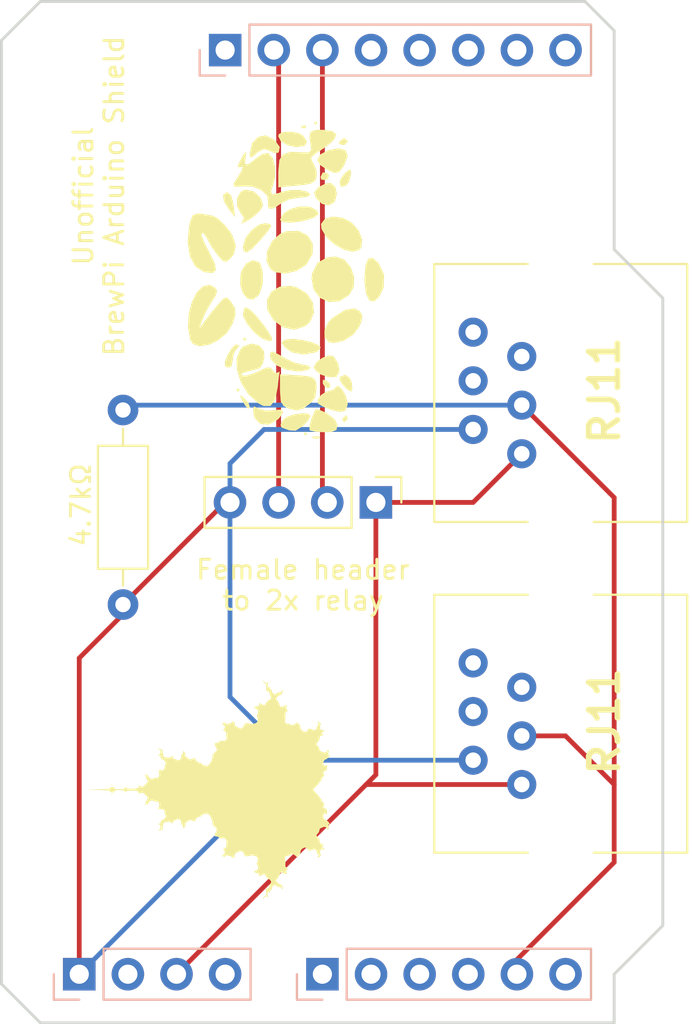
<source format=kicad_pcb>
(kicad_pcb (version 4) (host pcbnew 4.0.5)

  (general
    (links 13)
    (no_connects 1)
    (area 144.958999 72.936428 181.327001 128.858333)
    (thickness 1.6)
    (drawings 16)
    (tracks 31)
    (zones 0)
    (modules 9)
    (nets 24)
  )

  (page A4)
  (title_block
    (date "lun. 30 mars 2015")
  )

  (layers
    (0 F.Cu signal)
    (31 B.Cu signal)
    (32 B.Adhes user)
    (33 F.Adhes user)
    (34 B.Paste user)
    (35 F.Paste user)
    (36 B.SilkS user)
    (37 F.SilkS user)
    (38 B.Mask user)
    (39 F.Mask user)
    (40 Dwgs.User user)
    (41 Cmts.User user)
    (42 Eco1.User user)
    (43 Eco2.User user)
    (44 Edge.Cuts user)
    (45 Margin user)
    (46 B.CrtYd user)
    (47 F.CrtYd user)
    (48 B.Fab user)
    (49 F.Fab user)
  )

  (setup
    (last_trace_width 0.25)
    (trace_clearance 0.2)
    (zone_clearance 0.508)
    (zone_45_only no)
    (trace_min 0.2)
    (segment_width 0.15)
    (edge_width 0.15)
    (via_size 0.6)
    (via_drill 0.4)
    (via_min_size 0.4)
    (via_min_drill 0.3)
    (uvia_size 0.3)
    (uvia_drill 0.1)
    (uvias_allowed no)
    (uvia_min_size 0.2)
    (uvia_min_drill 0.1)
    (pcb_text_width 0.3)
    (pcb_text_size 1.5 1.5)
    (mod_edge_width 0.15)
    (mod_text_size 1 1)
    (mod_text_width 0.15)
    (pad_size 4.064 4.064)
    (pad_drill 3.048)
    (pad_to_mask_clearance 0)
    (aux_axis_origin 135.89 126.873)
    (grid_origin 135.89 126.873)
    (visible_elements 7FFFFF7F)
    (pcbplotparams
      (layerselection 0x00030_80000001)
      (usegerberextensions false)
      (excludeedgelayer true)
      (linewidth 0.100000)
      (plotframeref false)
      (viasonmask false)
      (mode 1)
      (useauxorigin false)
      (hpglpennumber 1)
      (hpglpenspeed 20)
      (hpglpendiameter 15)
      (hpglpenoverlay 2)
      (psnegative false)
      (psa4output false)
      (plotreference true)
      (plotvalue true)
      (plotinvisibletext false)
      (padsonsilk false)
      (subtractmaskfromsilk false)
      (outputformat 1)
      (mirror false)
      (drillshape 1)
      (scaleselection 1)
      (outputdirectory ""))
  )

  (net 0 "")
  (net 1 +5V)
  (net 2 GND)
  (net 3 /Vin)
  (net 4 /A0)
  (net 5 /A1)
  (net 6 /A2)
  (net 7 /A3)
  (net 8 "/A4(SDA)")
  (net 9 "/A5(SCL)")
  (net 10 /7)
  (net 11 "/6(**)")
  (net 12 "/5(**)")
  (net 13 /4)
  (net 14 "/3(**)")
  (net 15 /2)
  (net 16 "/1(Tx)")
  (net 17 "/0(Rx)")
  (net 18 "Net-(P9-Pad4)")
  (net 19 "Net-(P9-Pad6)")
  (net 20 "Net-(P9-Pad5)")
  (net 21 "Net-(P10-Pad4)")
  (net 22 "Net-(P10-Pad6)")
  (net 23 "Net-(P10-Pad5)")

  (net_class Default "This is the default net class."
    (clearance 0.2)
    (trace_width 0.25)
    (via_dia 0.6)
    (via_drill 0.4)
    (uvia_dia 0.3)
    (uvia_drill 0.1)
    (add_net +5V)
    (add_net "/0(Rx)")
    (add_net "/1(Tx)")
    (add_net /2)
    (add_net "/3(**)")
    (add_net /4)
    (add_net "/5(**)")
    (add_net "/6(**)")
    (add_net /7)
    (add_net /A0)
    (add_net /A1)
    (add_net /A2)
    (add_net /A3)
    (add_net "/A4(SDA)")
    (add_net "/A5(SCL)")
    (add_net /Vin)
    (add_net GND)
    (add_net "Net-(P10-Pad4)")
    (add_net "Net-(P10-Pad5)")
    (add_net "Net-(P10-Pad6)")
    (add_net "Net-(P9-Pad4)")
    (add_net "Net-(P9-Pad5)")
    (add_net "Net-(P9-Pad6)")
  )

  (module BrewPi:R_Axial_DIN0207_L6.3mm_D2.5mm_P10.16mm_Horizontal (layer F.Cu) (tedit 590F1B75) (tstamp 590E3003)
    (at 151.384 104.521 90)
    (descr "Resistor, Axial_DIN0207 series, Axial, Horizontal, pin pitch=10.16mm, 0.25W = 1/4W, length*diameter=6.3*2.5mm^2, http://cdn-reichelt.de/documents/datenblatt/B400/1_4W%23YAG.pdf")
    (tags "Resistor Axial_DIN0207 series Axial Horizontal pin pitch 10.16mm 0.25W = 1/4W length 6.3mm diameter 2.5mm")
    (path /590E2F98)
    (fp_text reference R1 (at 5.2 0.05 90) (layer F.SilkS) hide
      (effects (font (size 1 1) (thickness 0.15)))
    )
    (fp_text value 4.7kΩ (at 5.2 -2.2 90) (layer F.SilkS)
      (effects (font (size 1 1) (thickness 0.15)))
    )
    (fp_line (start 1.93 -1.25) (end 1.93 1.25) (layer F.Fab) (width 0.1))
    (fp_line (start 1.93 1.25) (end 8.23 1.25) (layer F.Fab) (width 0.1))
    (fp_line (start 8.23 1.25) (end 8.23 -1.25) (layer F.Fab) (width 0.1))
    (fp_line (start 8.23 -1.25) (end 1.93 -1.25) (layer F.Fab) (width 0.1))
    (fp_line (start 0 0) (end 1.93 0) (layer F.Fab) (width 0.1))
    (fp_line (start 10.16 0) (end 8.23 0) (layer F.Fab) (width 0.1))
    (fp_line (start 1.87 -1.31) (end 1.87 1.31) (layer F.SilkS) (width 0.12))
    (fp_line (start 1.87 1.31) (end 8.29 1.31) (layer F.SilkS) (width 0.12))
    (fp_line (start 8.29 1.31) (end 8.29 -1.31) (layer F.SilkS) (width 0.12))
    (fp_line (start 8.29 -1.31) (end 1.87 -1.31) (layer F.SilkS) (width 0.12))
    (fp_line (start 0.98 0) (end 1.87 0) (layer F.SilkS) (width 0.12))
    (fp_line (start 9.18 0) (end 8.29 0) (layer F.SilkS) (width 0.12))
    (fp_line (start -1.05 -1.6) (end -1.05 1.6) (layer F.CrtYd) (width 0.05))
    (fp_line (start -1.05 1.6) (end 11.25 1.6) (layer F.CrtYd) (width 0.05))
    (fp_line (start 11.25 1.6) (end 11.25 -1.6) (layer F.CrtYd) (width 0.05))
    (fp_line (start 11.25 -1.6) (end -1.05 -1.6) (layer F.CrtYd) (width 0.05))
    (pad 1 thru_hole circle (at 0 0 90) (size 1.6 1.6) (drill 0.8) (layers *.Cu *.Mask)
      (net 1 +5V))
    (pad 2 thru_hole oval (at 10.16 0 90) (size 1.6 1.6) (drill 0.8) (layers *.Cu *.Mask)
      (net 8 "/A4(SDA)"))
    (model Resistors_THT.3dshapes/R_Axial_DIN0207_L6.3mm_D2.5mm_P10.16mm_Horizontal.wrl
      (at (xyz 0 0 0))
      (scale (xyz 0.393701 0.393701 0.393701))
      (rotate (xyz 0 0 0))
    )
  )

  (module BrewPi:Mandelbrot (layer F.Cu) (tedit 0) (tstamp 590F21FA)
    (at 157.226 114.173)
    (fp_text reference G*** (at 0 0) (layer F.SilkS) hide
      (effects (font (thickness 0.3)))
    )
    (fp_text value LOGO (at 0.75 0) (layer F.SilkS) hide
      (effects (font (thickness 0.3)))
    )
    (fp_poly (pts (xy 1.511992 -5.657758) (xy 1.521385 -5.620125) (xy 1.577728 -5.577212) (xy 1.581439 -5.575259)
      (xy 1.649229 -5.546214) (xy 1.693357 -5.552618) (xy 1.729285 -5.581845) (xy 1.765448 -5.614649)
      (xy 1.76632 -5.606394) (xy 1.73236 -5.550952) (xy 1.731674 -5.549868) (xy 1.69778 -5.462733)
      (xy 1.703444 -5.387078) (xy 1.744857 -5.340677) (xy 1.777931 -5.334) (xy 1.831377 -5.306495)
      (xy 1.847983 -5.262563) (xy 1.872303 -5.210307) (xy 1.901711 -5.200361) (xy 1.930349 -5.188681)
      (xy 1.925098 -5.158934) (xy 1.932447 -5.098886) (xy 1.983063 -5.024791) (xy 2.041506 -4.970843)
      (xy 2.0899 -4.960189) (xy 2.141484 -4.978226) (xy 2.200649 -5.016114) (xy 2.2225 -5.049444)
      (xy 2.242149 -5.068501) (xy 2.256054 -5.06301) (xy 2.314728 -5.052475) (xy 2.383814 -5.068803)
      (xy 2.434761 -5.10241) (xy 2.44475 -5.126357) (xy 2.460816 -5.177838) (xy 2.471085 -5.187779)
      (xy 2.490074 -5.178948) (xy 2.491345 -5.133817) (xy 2.475983 -5.07674) (xy 2.465185 -5.05563)
      (xy 2.453512 -5.003025) (xy 2.458531 -4.988137) (xy 2.444957 -4.961492) (xy 2.388968 -4.938159)
      (xy 2.293085 -4.895913) (xy 2.211865 -4.828993) (xy 2.164338 -4.754997) (xy 2.159 -4.725485)
      (xy 2.183849 -4.664564) (xy 2.223301 -4.627832) (xy 2.275304 -4.56515) (xy 2.306919 -4.46766)
      (xy 2.343064 -4.362037) (xy 2.405201 -4.307049) (xy 2.486124 -4.308097) (xy 2.507518 -4.317275)
      (xy 2.590294 -4.358961) (xy 2.632985 -4.380356) (xy 2.689917 -4.389762) (xy 2.712683 -4.353478)
      (xy 2.695285 -4.282726) (xy 2.690439 -4.272889) (xy 2.678032 -4.213024) (xy 2.710605 -4.174139)
      (xy 2.757356 -4.122293) (xy 2.741726 -4.077665) (xy 2.690812 -4.047377) (xy 2.635081 -3.997973)
      (xy 2.630695 -3.952536) (xy 2.638383 -3.771507) (xy 2.618041 -3.627147) (xy 2.616504 -3.520411)
      (xy 2.663119 -3.453202) (xy 2.75539 -3.429024) (xy 2.759073 -3.429) (xy 2.851416 -3.410352)
      (xy 2.914268 -3.379342) (xy 3.007941 -3.346918) (xy 3.105484 -3.377618) (xy 3.178298 -3.439418)
      (xy 3.22629 -3.484749) (xy 3.256347 -3.484681) (xy 3.283912 -3.452813) (xy 3.331191 -3.407885)
      (xy 3.359117 -3.39725) (xy 3.383774 -3.368969) (xy 3.406756 -3.297408) (xy 3.414724 -3.254774)
      (xy 3.439199 -3.153617) (xy 3.48567 -3.087798) (xy 3.543189 -3.046107) (xy 3.649771 -3.001599)
      (xy 3.733956 -3.00938) (xy 3.787799 -3.067938) (xy 3.796639 -3.094341) (xy 3.820874 -3.14515)
      (xy 3.872004 -3.160758) (xy 3.919728 -3.158483) (xy 4.015764 -3.138508) (xy 4.091874 -3.106552)
      (xy 4.172188 -3.084279) (xy 4.238505 -3.120454) (xy 4.283755 -3.210407) (xy 4.290335 -3.237697)
      (xy 4.315049 -3.315748) (xy 4.345946 -3.363033) (xy 4.347809 -3.364301) (xy 4.36808 -3.40505)
      (xy 4.352344 -3.469803) (xy 4.335535 -3.527394) (xy 4.350257 -3.540427) (xy 4.364533 -3.536151)
      (xy 4.41484 -3.493432) (xy 4.426445 -3.472158) (xy 4.459472 -3.442226) (xy 4.479693 -3.446695)
      (xy 4.49897 -3.449126) (xy 4.481373 -3.405903) (xy 4.479917 -3.403169) (xy 4.450555 -3.316734)
      (xy 4.443762 -3.224976) (xy 4.458091 -3.148672) (xy 4.492093 -3.108596) (xy 4.500562 -3.1068)
      (xy 4.625231 -3.092579) (xy 4.683125 -3.08318) (xy 4.681444 -3.066574) (xy 4.635063 -3.033998)
      (xy 4.627562 -3.02984) (xy 4.557043 -2.977797) (xy 4.54509 -2.932556) (xy 4.58587 -2.901501)
      (xy 4.620112 -2.869758) (xy 4.606426 -2.833026) (xy 4.556761 -2.807458) (xy 4.513924 -2.804242)
      (xy 4.458332 -2.80171) (xy 4.434162 -2.772345) (xy 4.428202 -2.698582) (xy 4.428115 -2.690178)
      (xy 4.408396 -2.579872) (xy 4.34196 -2.491532) (xy 4.340803 -2.490456) (xy 4.273368 -2.41417)
      (xy 4.261584 -2.351649) (xy 4.304969 -2.286962) (xy 4.333875 -2.260186) (xy 4.398017 -2.172992)
      (xy 4.413369 -2.103648) (xy 4.42321 -2.044913) (xy 4.462813 -2.002683) (xy 4.547594 -1.960994)
      (xy 4.553473 -1.958564) (xy 4.64622 -1.925241) (xy 4.70654 -1.920098) (xy 4.75796 -1.941292)
      (xy 4.759729 -1.942389) (xy 4.810946 -1.989058) (xy 4.826 -2.023763) (xy 4.842314 -2.060681)
      (xy 4.87653 -2.051642) (xy 4.902525 -2.012101) (xy 4.901485 -1.945039) (xy 4.886495 -1.917256)
      (xy 4.866922 -1.866496) (xy 4.873913 -1.815465) (xy 4.900542 -1.788931) (xy 4.921025 -1.793737)
      (xy 4.948597 -1.803692) (xy 4.944892 -1.775227) (xy 4.910186 -1.702735) (xy 4.874065 -1.650718)
      (xy 4.846878 -1.640711) (xy 4.846686 -1.640898) (xy 4.827641 -1.637322) (xy 4.826 -1.624542)
      (xy 4.800942 -1.589456) (xy 4.786312 -1.586444) (xy 4.709886 -1.556712) (xy 4.643668 -1.486436)
      (xy 4.606459 -1.397988) (xy 4.60375 -1.369216) (xy 4.620295 -1.297246) (xy 4.659722 -1.241888)
      (xy 4.706719 -1.217193) (xy 4.745971 -1.237212) (xy 4.746571 -1.238165) (xy 4.782866 -1.271962)
      (xy 4.8082 -1.251041) (xy 4.815971 -1.184032) (xy 4.813277 -1.150938) (xy 4.803276 -1.068307)
      (xy 4.797046 -1.015878) (xy 4.796513 -1.011169) (xy 4.768251 -0.987524) (xy 4.70292 -0.958641)
      (xy 4.699 -0.957258) (xy 4.63963 -0.922076) (xy 4.60551 -0.876628) (xy 4.604906 -0.838655)
      (xy 4.637608 -0.825501) (xy 4.665021 -0.802521) (xy 4.663912 -0.74814) (xy 4.640375 -0.684192)
      (xy 4.600504 -0.632511) (xy 4.580157 -0.619629) (xy 4.527011 -0.574724) (xy 4.526309 -0.533656)
      (xy 4.515659 -0.472434) (xy 4.478464 -0.438203) (xy 4.427924 -0.394347) (xy 4.41325 -0.364232)
      (xy 4.39207 -0.326833) (xy 4.336424 -0.260119) (xy 4.258148 -0.178228) (xy 4.2545 -0.174625)
      (xy 4.175502 -0.092259) (xy 4.118649 -0.024289) (xy 4.095789 0.015068) (xy 4.09575 0.015875)
      (xy 4.116941 0.053735) (xy 4.172618 0.1208) (xy 4.250931 0.202851) (xy 4.2545 0.206375)
      (xy 4.333475 0.288598) (xy 4.390323 0.356244) (xy 4.413208 0.395176) (xy 4.41325 0.395981)
      (xy 4.437366 0.436805) (xy 4.478464 0.469952) (xy 4.52605 0.524913) (xy 4.526309 0.565405)
      (xy 4.536539 0.621685) (xy 4.580157 0.651378) (xy 4.625114 0.691268) (xy 4.656319 0.752682)
      (xy 4.66768 0.813785) (xy 4.653103 0.852743) (xy 4.637608 0.85725) (xy 4.60269 0.874545)
      (xy 4.608412 0.914605) (xy 4.646508 0.959691) (xy 4.699 0.989007) (xy 4.765594 1.017804)
      (xy 4.796339 1.042038) (xy 4.796513 1.042918) (xy 4.801513 1.085357) (xy 4.810979 1.163792)
      (xy 4.813277 1.182687) (xy 4.813294 1.263923) (xy 4.793415 1.302123) (xy 4.760241 1.288656)
      (xy 4.746571 1.269914) (xy 4.70763 1.248857) (xy 4.660638 1.272796) (xy 4.62091 1.327679)
      (xy 4.603757 1.399455) (xy 4.60375 1.400965) (xy 4.62756 1.490502) (xy 4.686458 1.569099)
      (xy 4.76164 1.614385) (xy 4.786312 1.618193) (xy 4.82319 1.642562) (xy 4.826 1.656291)
      (xy 4.838632 1.677761) (xy 4.846686 1.672647) (xy 4.873679 1.682091) (xy 4.90979 1.733725)
      (xy 4.910186 1.734484) (xy 4.945346 1.808148) (xy 4.948303 1.835617) (xy 4.921025 1.825486)
      (xy 4.886553 1.828022) (xy 4.867917 1.868661) (xy 4.87204 1.922636) (xy 4.886495 1.949005)
      (xy 4.907608 2.013019) (xy 4.902525 2.04385) (xy 4.870151 2.088188) (xy 4.837493 2.08934)
      (xy 4.826 2.055512) (xy 4.801665 2.00941) (xy 4.759729 1.974138) (xy 4.708204 1.952129)
      (xy 4.648536 1.956396) (xy 4.557197 1.988785) (xy 4.553473 1.990313) (xy 4.465946 2.032407)
      (xy 4.424391 2.074219) (xy 4.413393 2.131713) (xy 4.413369 2.135397) (xy 4.384741 2.230884)
      (xy 4.333875 2.291935) (xy 4.270822 2.36128) (xy 4.262767 2.422746) (xy 4.310191 2.492264)
      (xy 4.340803 2.522205) (xy 4.407896 2.610477) (xy 4.428099 2.72032) (xy 4.428115 2.721927)
      (xy 4.433184 2.800031) (xy 4.455398 2.832322) (xy 4.50797 2.836365) (xy 4.513924 2.835991)
      (xy 4.579663 2.846826) (xy 4.616707 2.878674) (xy 4.613109 2.915381) (xy 4.58587 2.93325)
      (xy 4.543638 2.968279) (xy 4.561362 3.014391) (xy 4.627562 3.061589) (xy 4.678215 3.095223)
      (xy 4.685564 3.114228) (xy 4.683125 3.114929) (xy 4.568582 3.131657) (xy 4.500562 3.138549)
      (xy 4.463024 3.169496) (xy 4.444887 3.240577) (xy 4.4476 3.331016) (xy 4.47261 3.420037)
      (xy 4.479917 3.434918) (xy 4.498974 3.48007) (xy 4.481158 3.479336) (xy 4.479693 3.478444)
      (xy 4.440414 3.483088) (xy 4.426445 3.503907) (xy 4.384515 3.556525) (xy 4.364533 3.5679)
      (xy 4.33729 3.568695) (xy 4.342395 3.529383) (xy 4.352344 3.501552) (xy 4.367737 3.428798)
      (xy 4.347809 3.39605) (xy 4.316984 3.351759) (xy 4.291464 3.274771) (xy 4.290335 3.269446)
      (xy 4.250823 3.167991) (xy 4.188648 3.119257) (xy 4.110878 3.127916) (xy 4.091874 3.138301)
      (xy 4.011074 3.171672) (xy 3.919728 3.190232) (xy 3.844339 3.189127) (xy 3.807995 3.159152)
      (xy 3.796639 3.12609) (xy 3.753133 3.053019) (xy 3.67697 3.030284) (xy 3.576095 3.059397)
      (xy 3.543189 3.077856) (xy 3.469868 3.135549) (xy 3.431086 3.20821) (xy 3.414724 3.286523)
      (xy 3.395189 3.37147) (xy 3.370346 3.422445) (xy 3.359117 3.429) (xy 3.314494 3.45197)
      (xy 3.283912 3.484562) (xy 3.251221 3.51966) (xy 3.21965 3.511776) (xy 3.178298 3.471167)
      (xy 3.07849 3.39472) (xy 2.981919 3.381252) (xy 2.914268 3.411091) (xy 2.82734 3.449805)
      (xy 2.759073 3.46075) (xy 2.66538 3.48349) (xy 2.617264 3.549376) (xy 2.61722 3.6549)
      (xy 2.618041 3.658896) (xy 2.640511 3.857973) (xy 2.630695 3.984285) (xy 2.647082 4.048655)
      (xy 2.690812 4.079126) (xy 2.752214 4.121109) (xy 2.750763 4.167295) (xy 2.710605 4.205888)
      (xy 2.676406 4.252733) (xy 2.690439 4.304638) (xy 2.71284 4.378634) (xy 2.694386 4.419452)
      (xy 2.641077 4.415869) (xy 2.632985 4.412105) (xy 2.551343 4.371126) (xy 2.507518 4.349024)
      (xy 2.423161 4.333739) (xy 2.355864 4.375784) (xy 2.312831 4.469759) (xy 2.306919 4.499409)
      (xy 2.274881 4.597709) (xy 2.223301 4.659581) (xy 2.172615 4.713374) (xy 2.159 4.757234)
      (xy 2.186266 4.828876) (xy 2.255379 4.900983) (xy 2.347309 4.955956) (xy 2.388968 4.969908)
      (xy 2.445694 4.99377) (xy 2.458531 5.019886) (xy 2.456892 5.069056) (xy 2.465185 5.087379)
      (xy 2.487022 5.142335) (xy 2.492671 5.195283) (xy 2.481044 5.221869) (xy 2.471085 5.219528)
      (xy 2.446846 5.177006) (xy 2.44475 5.158106) (xy 2.417775 5.118817) (xy 2.355886 5.091176)
      (xy 2.287635 5.084767) (xy 2.256054 5.094759) (xy 2.225535 5.093533) (xy 2.2225 5.081193)
      (xy 2.196686 5.044379) (xy 2.141484 5.009975) (xy 2.080855 4.991026) (xy 2.032674 5.008759)
      (xy 1.983063 5.05654) (xy 1.932137 5.131354) (xy 1.925098 5.190683) (xy 1.925033 5.229848)
      (xy 1.901711 5.23211) (xy 1.864308 5.251312) (xy 1.847983 5.294312) (xy 1.816132 5.35379)
      (xy 1.777931 5.36575) (xy 1.720005 5.390763) (xy 1.695917 5.453953) (xy 1.709475 5.537545)
      (xy 1.731674 5.581617) (xy 1.766095 5.637728) (xy 1.76569 5.646571) (xy 1.730001 5.614274)
      (xy 1.729285 5.613594) (xy 1.683193 5.579475) (xy 1.636062 5.581815) (xy 1.581439 5.607008)
      (xy 1.524417 5.647265) (xy 1.507779 5.682108) (xy 1.50896 5.684602) (xy 1.516057 5.713284)
      (xy 1.511872 5.715) (xy 1.482769 5.69282) (xy 1.477875 5.685677) (xy 1.48904 5.65037)
      (xy 1.539581 5.600105) (xy 1.555281 5.588333) (xy 1.610801 5.54333) (xy 1.637309 5.496609)
      (xy 1.642855 5.425285) (xy 1.638757 5.351003) (xy 1.633692 5.252718) (xy 1.641535 5.200143)
      (xy 1.669721 5.175723) (xy 1.718227 5.163392) (xy 1.785734 5.137557) (xy 1.808734 5.084301)
      (xy 1.80975 5.059481) (xy 1.829135 4.971835) (xy 1.862412 4.915683) (xy 1.896947 4.858605)
      (xy 1.885824 4.794061) (xy 1.878968 4.778246) (xy 1.839063 4.719358) (xy 1.802493 4.697943)
      (xy 1.734466 4.671343) (xy 1.667043 4.610771) (xy 1.624172 4.540338) (xy 1.61925 4.513487)
      (xy 1.595952 4.451394) (xy 1.533119 4.429849) (xy 1.441335 4.450415) (xy 1.384662 4.478869)
      (xy 1.27 4.546522) (xy 1.27 4.464011) (xy 1.252107 4.39502) (xy 1.214437 4.376664)
      (xy 1.132887 4.367405) (xy 1.080748 4.352034) (xy 1.031875 4.325728) (xy 0.990512 4.297577)
      (xy 1.003486 4.288104) (xy 1.023937 4.287215) (xy 1.071106 4.273125) (xy 1.0795 4.258203)
      (xy 1.105917 4.228541) (xy 1.142839 4.213592) (xy 1.210513 4.170908) (xy 1.22617 4.092233)
      (xy 1.189976 3.978774) (xy 1.156383 3.890468) (xy 1.158223 3.830096) (xy 1.170605 3.804837)
      (xy 1.205168 3.705708) (xy 1.198317 3.604695) (xy 1.153006 3.52612) (xy 1.135062 3.512223)
      (xy 1.041676 3.468481) (xy 0.940114 3.443181) (xy 0.854173 3.440631) (xy 0.816262 3.454517)
      (xy 0.762095 3.474376) (xy 0.673658 3.486001) (xy 0.642937 3.487086) (xy 0.552681 3.481535)
      (xy 0.512796 3.45956) (xy 0.508 3.439848) (xy 0.488321 3.374085) (xy 0.440757 3.298463)
      (xy 0.382514 3.235287) (xy 0.330799 3.206863) (xy 0.328174 3.20675) (xy 0.268233 3.22077)
      (xy 0.187273 3.254923) (xy 0.179523 3.258885) (xy 0.097652 3.30122) (xy 0.034671 3.333315)
      (xy 0.03175 3.334775) (xy -0.00349 3.386325) (xy -0.007529 3.459392) (xy -0.009653 3.523659)
      (xy -0.026696 3.542949) (xy -0.029147 3.541733) (xy -0.070299 3.54547) (xy -0.079055 3.555482)
      (xy -0.11996 3.58651) (xy -0.159197 3.558418) (xy -0.175611 3.521146) (xy -0.210097 3.471788)
      (xy -0.273 3.469118) (xy -0.330502 3.470674) (xy -0.34925 3.456347) (xy -0.375881 3.434116)
      (xy -0.41275 3.429) (xy -0.464233 3.447927) (xy -0.47625 3.474459) (xy -0.502757 3.508535)
      (xy -0.555676 3.511449) (xy -0.618416 3.498267) (xy -0.658171 3.479573) (xy -0.660783 3.464419)
      (xy -0.635 3.46075) (xy -0.608755 3.449233) (xy -0.613632 3.439785) (xy -0.607545 3.4086)
      (xy -0.571299 3.374484) (xy -0.521282 3.320034) (xy -0.509083 3.265172) (xy -0.535554 3.233208)
      (xy -0.566003 3.197605) (xy -0.584149 3.154872) (xy -0.587446 3.100869) (xy -0.543294 3.072089)
      (xy -0.524845 3.066955) (xy -0.470556 3.04293) (xy -0.447886 2.993754) (xy -0.444067 2.928332)
      (xy -0.438822 2.829215) (xy -0.426631 2.746822) (xy -0.425257 2.741372) (xy -0.434692 2.658494)
      (xy -0.474527 2.605223) (xy -0.536748 2.559886) (xy -0.610793 2.55226) (xy -0.657169 2.55915)
      (xy -0.7438 2.566793) (xy -0.796029 2.544102) (xy -0.814119 2.523349) (xy -0.856305 2.483788)
      (xy -0.922608 2.460773) (xy -1.032426 2.447666) (xy -1.036072 2.447395) (xy -1.051402 2.419907)
      (xy -1.038737 2.350927) (xy -1.001881 2.253933) (xy -0.955293 2.161174) (xy -0.934567 2.114326)
      (xy -0.939724 2.074441) (xy -0.978381 2.024625) (xy -1.046504 1.958833) (xy -1.125868 1.877433)
      (xy -1.162601 1.815997) (xy -1.166135 1.758132) (xy -1.165162 1.752615) (xy -1.171643 1.669534)
      (xy -1.20839 1.56062) (xy -1.264965 1.445969) (xy -1.330928 1.345679) (xy -1.395841 1.279848)
      (xy -1.416574 1.268593) (xy -1.496609 1.261209) (xy -1.595426 1.280886) (xy -1.688131 1.319255)
      (xy -1.749832 1.367951) (xy -1.758679 1.383592) (xy -1.800452 1.418932) (xy -1.850392 1.42875)
      (xy -1.927459 1.450461) (xy -2.003174 1.503011) (xy -2.05439 1.567528) (xy -2.06375 1.602738)
      (xy -2.082396 1.656035) (xy -2.139393 1.660319) (xy -2.204594 1.6335) (xy -2.30631 1.593049)
      (xy -2.373207 1.598259) (xy -2.403485 1.627856) (xy -2.449312 1.668944) (xy -2.51943 1.708027)
      (xy -2.582017 1.745845) (xy -2.596152 1.794395) (xy -2.590129 1.826955) (xy -2.593858 1.91425)
      (xy -2.634511 1.975021) (xy -2.69875 2.043973) (xy -2.69875 1.958611) (xy -2.714322 1.890306)
      (xy -2.746375 1.87325) (xy -2.785655 1.846028) (xy -2.797375 1.801812) (xy -2.80231 1.713082)
      (xy -2.805313 1.667971) (xy -2.835016 1.608392) (xy -2.88882 1.566051) (xy -2.960509 1.542996)
      (xy -3.024292 1.563957) (xy -3.038515 1.572892) (xy -3.11051 1.608409) (xy -3.158794 1.61925)
      (xy -3.205029 1.645894) (xy -3.240258 1.703246) (xy -3.272193 1.787243) (xy -3.34315 1.720583)
      (xy -3.411713 1.67572) (xy -3.460977 1.68289) (xy -3.528559 1.699301) (xy -3.575948 1.694765)
      (xy -3.658249 1.701944) (xy -3.722132 1.761246) (xy -3.760232 1.862264) (xy -3.767242 1.9651)
      (xy -3.768386 2.059951) (xy -3.784591 2.105309) (xy -3.809336 2.114663) (xy -3.876836 2.125219)
      (xy -3.933039 2.140743) (xy -3.985477 2.151258) (xy -3.986728 2.130651) (xy -3.938668 2.09834)
      (xy -3.918747 2.0955) (xy -3.885352 2.071851) (xy -3.87839 1.996363) (xy -3.878616 1.992312)
      (xy -3.895885 1.893453) (xy -3.929536 1.835201) (xy -3.972904 1.828465) (xy -3.977254 1.83088)
      (xy -3.995076 1.830974) (xy -3.987657 1.814655) (xy -3.938884 1.780322) (xy -3.922649 1.778)
      (xy -3.877817 1.751992) (xy -3.851089 1.696941) (xy -3.856083 1.653495) (xy -3.839715 1.628066)
      (xy -3.780798 1.595107) (xy -3.763854 1.58808) (xy -3.663632 1.525943) (xy -3.611788 1.443791)
      (xy -3.614296 1.353908) (xy -3.632364 1.317765) (xy -3.662396 1.241758) (xy -3.663256 1.185479)
      (xy -3.671451 1.110885) (xy -3.728214 1.05394) (xy -3.819046 1.024886) (xy -3.889304 1.025785)
      (xy -3.963885 1.031849) (xy -3.989935 1.018725) (xy -3.984094 0.98899) (xy -3.952118 0.874669)
      (xy -3.944512 0.76794) (xy -3.962441 0.691687) (xy -3.968527 0.682893) (xy -4.027932 0.647528)
      (xy -4.100069 0.635) (xy -4.189258 0.622479) (xy -4.250139 0.598605) (xy -4.340974 0.574966)
      (xy -4.432322 0.605571) (xy -4.507163 0.683633) (xy -4.519472 0.705993) (xy -4.552348 0.766529)
      (xy -4.570238 0.787529) (xy -4.571278 0.784695) (xy -4.595003 0.778156) (xy -4.637904 0.795036)
      (xy -4.683744 0.815465) (xy -4.684381 0.795512) (xy -4.670771 0.768577) (xy -4.651725 0.712464)
      (xy -4.655956 0.688627) (xy -4.65116 0.653931) (xy -4.616597 0.590363) (xy -4.603263 0.570815)
      (xy -4.558261 0.495225) (xy -4.552518 0.436771) (xy -4.567368 0.394362) (xy -4.607252 0.336961)
      (xy -4.643166 0.3175) (xy -4.685891 0.291595) (xy -4.715284 0.246062) (xy -4.772532 0.182956)
      (xy -4.854989 0.165161) (xy -4.94007 0.196186) (xy -4.955619 0.208744) (xy -5.000168 0.244887)
      (xy -5.015058 0.234047) (xy -5.0165 0.197294) (xy -5.030863 0.133917) (xy -5.050065 0.110003)
      (xy -5.111073 0.088319) (xy -5.203154 0.070247) (xy -5.293932 0.061962) (xy -5.30225 0.061912)
      (xy -5.456495 0.063417) (xy -5.558777 0.066938) (xy -5.620632 0.074027) (xy -5.653595 0.086238)
      (xy -5.669203 0.105121) (xy -5.671978 0.111669) (xy -5.704706 0.153816) (xy -5.736924 0.148461)
      (xy -5.74675 0.113264) (xy -5.759712 0.077814) (xy -5.805153 0.054484) (xy -5.892913 0.040746)
      (xy -6.032829 0.034072) (xy -6.056972 0.033561) (xy -6.167764 0.033817) (xy -6.232013 0.043259)
      (xy -6.266543 0.06695) (xy -6.285147 0.102204) (xy -6.307279 0.146611) (xy -6.316238 0.146924)
      (xy -6.337088 0.139892) (xy -6.361663 0.155253) (xy -6.408108 0.172514) (xy -6.444635 0.143616)
      (xy -6.489785 0.112131) (xy -6.513135 0.113834) (xy -6.534078 0.107097) (xy -6.53335 0.089672)
      (xy -6.542905 0.073563) (xy -6.583799 0.060773) (xy -6.663153 0.050538) (xy -6.788089 0.042093)
      (xy -6.965731 0.034676) (xy -7.08025 0.031002) (xy -7.635875 0.01438) (xy -7.08025 -0.000748)
      (xy -6.872756 -0.007365) (xy -6.721617 -0.014754) (xy -6.619687 -0.02366) (xy -6.559821 -0.03483)
      (xy -6.534874 -0.049012) (xy -6.53335 -0.057923) (xy -6.525538 -0.085556) (xy -6.513135 -0.082085)
      (xy -6.472117 -0.088064) (xy -6.444635 -0.111867) (xy -6.400365 -0.141851) (xy -6.361663 -0.123504)
      (xy -6.324803 -0.105891) (xy -6.316238 -0.115175) (xy -6.30523 -0.111916) (xy -6.285147 -0.070455)
      (xy -6.262669 -0.030618) (xy -6.224816 -0.009345) (xy -6.154766 -0.001574) (xy -6.056972 -0.001812)
      (xy -5.909024 -0.007703) (xy -5.8146 -0.020308) (xy -5.763863 -0.042153) (xy -5.746974 -0.075766)
      (xy -5.74675 -0.081515) (xy -5.730059 -0.122608) (xy -5.695503 -0.115828) (xy -5.671978 -0.07992)
      (xy -5.659113 -0.058936) (xy -5.632055 -0.04505) (xy -5.579268 -0.036712) (xy -5.489216 -0.032367)
      (xy -5.350363 -0.030464) (xy -5.30225 -0.030163) (xy -5.213537 -0.03703) (xy -5.120044 -0.054347)
      (xy -5.054148 -0.075939) (xy -5.050065 -0.078254) (xy -5.022576 -0.12372) (xy -5.0165 -0.165545)
      (xy -5.012682 -0.210785) (xy -4.990437 -0.206929) (xy -4.955619 -0.176995) (xy -4.872761 -0.135643)
      (xy -4.787946 -0.143822) (xy -4.723761 -0.198024) (xy -4.715284 -0.214313) (xy -4.676394 -0.269253)
      (xy -4.643166 -0.28575) (xy -4.600922 -0.311632) (xy -4.567368 -0.362613) (xy -4.550415 -0.424909)
      (xy -4.569015 -0.486122) (xy -4.603263 -0.539066) (xy -4.6443 -0.606844) (xy -4.658138 -0.651493)
      (xy -4.655956 -0.656878) (xy -4.654478 -0.695571) (xy -4.670771 -0.736828) (xy -4.689152 -0.779362)
      (xy -4.666739 -0.777965) (xy -4.637904 -0.763287) (xy -4.587575 -0.745254) (xy -4.571278 -0.752946)
      (xy -4.558893 -0.744723) (xy -4.529051 -0.69321) (xy -4.519472 -0.674244) (xy -4.450412 -0.586852)
      (xy -4.36118 -0.545456) (xy -4.268797 -0.556843) (xy -4.250139 -0.566856) (xy -4.174665 -0.594269)
      (xy -4.100069 -0.60325) (xy -4.019274 -0.618932) (xy -3.968527 -0.651144) (xy -3.945837 -0.719407)
      (xy -3.948892 -0.822302) (xy -3.976528 -0.936944) (xy -3.984094 -0.957241) (xy -3.988494 -0.990547)
      (xy -3.955649 -1.000285) (xy -3.889304 -0.994036) (xy -3.784131 -0.999532) (xy -3.703626 -1.039562)
      (xy -3.662288 -1.103881) (xy -3.663256 -1.15373) (xy -3.658797 -1.225423) (xy -3.632364 -1.286016)
      (xy -3.605905 -1.375521) (xy -3.636244 -1.462319) (xy -3.717404 -1.534126) (xy -3.763854 -1.556331)
      (xy -3.829768 -1.589262) (xy -3.857033 -1.617429) (xy -3.856083 -1.621746) (xy -3.853405 -1.674584)
      (xy -3.884289 -1.727289) (xy -3.922649 -1.74625) (xy -3.977058 -1.770098) (xy -3.987657 -1.782906)
      (xy -3.991419 -1.804928) (xy -3.977254 -1.799131) (xy -3.933313 -1.800448) (xy -3.898461 -1.854309)
      (xy -3.879363 -1.949806) (xy -3.878616 -1.960563) (xy -3.884609 -2.038192) (xy -3.916933 -2.063717)
      (xy -3.918747 -2.06375) (xy -3.974459 -2.085098) (xy -3.986728 -2.098902) (xy -3.984726 -2.11965)
      (xy -3.933039 -2.108994) (xy -3.854656 -2.088794) (xy -3.809336 -2.082914) (xy -3.77919 -2.066587)
      (xy -3.766888 -2.01066) (xy -3.767242 -1.933351) (xy -3.754814 -1.80666) (xy -3.710765 -1.713434)
      (xy -3.64246 -1.664081) (xy -3.575948 -1.663016) (xy -3.500068 -1.664609) (xy -3.460977 -1.651141)
      (xy -3.404978 -1.646126) (xy -3.34315 -1.688834) (xy -3.272193 -1.755494) (xy -3.240258 -1.671497)
      (xy -3.201267 -1.610266) (xy -3.158794 -1.5875) (xy -3.095437 -1.570851) (xy -3.038515 -1.541143)
      (xy -2.971829 -1.511764) (xy -2.904618 -1.526739) (xy -2.88882 -1.534302) (xy -2.828588 -1.584488)
      (xy -2.805313 -1.636222) (xy -2.799927 -1.721513) (xy -2.797375 -1.770063) (xy -2.776535 -1.827053)
      (xy -2.746375 -1.8415) (xy -2.708267 -1.869411) (xy -2.69875 -1.926862) (xy -2.698751 -2.012224)
      (xy -2.634511 -1.943272) (xy -2.587476 -1.861209) (xy -2.590129 -1.795206) (xy -2.593745 -1.733825)
      (xy -2.555301 -1.693927) (xy -2.51943 -1.676278) (xy -2.446734 -1.635412) (xy -2.403485 -1.596107)
      (xy -2.355145 -1.559914) (xy -2.278148 -1.569207) (xy -2.204594 -1.601751) (xy -2.119178 -1.632319)
      (xy -2.073256 -1.614124) (xy -2.06375 -1.570989) (xy -2.037127 -1.508142) (xy -1.972684 -1.446399)
      (xy -1.893569 -1.404634) (xy -1.850392 -1.397) (xy -1.785607 -1.379874) (xy -1.758679 -1.351843)
      (xy -1.711403 -1.301662) (xy -1.625522 -1.259253) (xy -1.525931 -1.232983) (xy -1.437523 -1.231219)
      (xy -1.416574 -1.236844) (xy -1.354529 -1.28569) (xy -1.287744 -1.376097) (xy -1.226658 -1.487968)
      (xy -1.181711 -1.601206) (xy -1.16334 -1.695714) (xy -1.165162 -1.720866) (xy -1.16412 -1.779206)
      (xy -1.130716 -1.839662) (xy -1.055518 -1.918627) (xy -1.046504 -1.927084) (xy -0.971911 -1.999733)
      (xy -0.937546 -2.047524) (xy -0.935794 -2.08735) (xy -0.955293 -2.129425) (xy -1.009445 -2.239495)
      (xy -1.042584 -2.332807) (xy -1.050905 -2.395889) (xy -1.036072 -2.415646) (xy -0.92485 -2.428583)
      (xy -0.857653 -2.451253) (xy -0.815081 -2.490294) (xy -0.814119 -2.4916) (xy -0.769359 -2.529213)
      (xy -0.700663 -2.534106) (xy -0.657169 -2.527401) (xy -0.567201 -2.520455) (xy -0.503502 -2.547576)
      (xy -0.474527 -2.573474) (xy -0.424124 -2.655946) (xy -0.425257 -2.709623) (xy -0.437888 -2.788177)
      (xy -0.443983 -2.887539) (xy -0.444067 -2.896583) (xy -0.451419 -2.978341) (xy -0.481063 -3.01894)
      (xy -0.524845 -3.035206) (xy -0.581892 -3.060886) (xy -0.588464 -3.107305) (xy -0.584149 -3.123123)
      (xy -0.556294 -3.181508) (xy -0.535554 -3.201459) (xy -0.508495 -3.237746) (xy -0.52427 -3.29345)
      (xy -0.571299 -3.342735) (xy -0.611841 -3.383477) (xy -0.613632 -3.408036) (xy -0.618186 -3.426736)
      (xy -0.635 -3.429) (xy -0.664921 -3.436794) (xy -0.648285 -3.454143) (xy -0.599251 -3.471998)
      (xy -0.555676 -3.4797) (xy -0.491201 -3.471404) (xy -0.47625 -3.44271) (xy -0.449811 -3.405854)
      (xy -0.41275 -3.39725) (xy -0.36113 -3.408719) (xy -0.34925 -3.424598) (xy -0.32294 -3.440191)
      (xy -0.273 -3.437369) (xy -0.207692 -3.441324) (xy -0.175611 -3.489397) (xy -0.141493 -3.547104)
      (xy -0.10015 -3.547667) (xy -0.079055 -3.523733) (xy -0.040749 -3.50558) (xy -0.029147 -3.509984)
      (xy -0.010799 -3.496272) (xy -0.006932 -3.435922) (xy -0.007529 -3.427643) (xy 0.001227 -3.339608)
      (xy 0.03175 -3.303026) (xy 0.091982 -3.272383) (xy 0.173652 -3.230191) (xy 0.179523 -3.227136)
      (xy 0.260723 -3.191656) (xy 0.3242 -3.175151) (xy 0.328174 -3.175) (xy 0.378907 -3.200509)
      (xy 0.437246 -3.262164) (xy 0.485984 -3.337661) (xy 0.507912 -3.404696) (xy 0.508 -3.408099)
      (xy 0.526047 -3.440462) (xy 0.588146 -3.454189) (xy 0.642937 -3.455337) (xy 0.736175 -3.447498)
      (xy 0.80446 -3.429674) (xy 0.816262 -3.422768) (xy 0.877359 -3.406989) (xy 0.970601 -3.41695)
      (xy 1.072189 -3.448345) (xy 1.135062 -3.480474) (xy 1.190002 -3.549102) (xy 1.20726 -3.646569)
      (xy 1.183881 -3.748551) (xy 1.170605 -3.773088) (xy 1.152991 -3.828258) (xy 1.169607 -3.900572)
      (xy 1.189976 -3.947025) (xy 1.226217 -4.060925) (xy 1.210322 -4.139436) (xy 1.142839 -4.181843)
      (xy 1.091454 -4.206978) (xy 1.0795 -4.226454) (xy 1.053211 -4.25072) (xy 1.023937 -4.255466)
      (xy 0.98937 -4.260287) (xy 1.008268 -4.279553) (xy 1.031875 -4.293979) (xy 1.08634 -4.322669)
      (xy 1.140133 -4.336854) (xy 1.214437 -4.344915) (xy 1.259846 -4.375437) (xy 1.27 -4.432262)
      (xy 1.27 -4.514773) (xy 1.384662 -4.44712) (xy 1.487483 -4.403638) (xy 1.566955 -4.403094)
      (xy 1.612493 -4.443924) (xy 1.61925 -4.481738) (xy 1.644565 -4.549097) (xy 1.704545 -4.616772)
      (xy 1.775238 -4.660655) (xy 1.802493 -4.666194) (xy 1.844149 -4.692949) (xy 1.878968 -4.746497)
      (xy 1.898215 -4.816331) (xy 1.872592 -4.87216) (xy 1.862412 -4.883934) (xy 1.821673 -4.960463)
      (xy 1.80975 -5.027732) (xy 1.796565 -5.093509) (xy 1.744552 -5.125427) (xy 1.718218 -5.131644)
      (xy 1.664872 -5.146097) (xy 1.639384 -5.173448) (xy 1.63392 -5.23162) (xy 1.638779 -5.313413)
      (xy 1.642509 -5.413635) (xy 1.62879 -5.476299) (xy 1.588549 -5.526793) (xy 1.550888 -5.559349)
      (xy 1.489823 -5.617702) (xy 1.479056 -5.65391) (xy 1.492357 -5.667442) (xy 1.518963 -5.67564)
      (xy 1.511992 -5.657758)) (layer F.SilkS) (width 0.01))
    (fp_poly (pts (xy 2.57175 5.095875) (xy 2.555875 5.11175) (xy 2.54 5.095875) (xy 2.555875 5.08)
      (xy 2.57175 5.095875)) (layer F.SilkS) (width 0.01))
    (fp_poly (pts (xy -6.424084 0.264583) (xy -6.420284 0.302263) (xy -6.424084 0.306916) (xy -6.442959 0.302558)
      (xy -6.44525 0.28575) (xy -6.433634 0.259616) (xy -6.424084 0.264583)) (layer F.SilkS) (width 0.01))
    (fp_poly (pts (xy -6.424084 -0.275167) (xy -6.420284 -0.237487) (xy -6.424084 -0.232834) (xy -6.442959 -0.237192)
      (xy -6.44525 -0.254) (xy -6.433634 -0.280134) (xy -6.424084 -0.275167)) (layer F.SilkS) (width 0.01))
    (fp_poly (pts (xy 2.57175 -5.064125) (xy 2.555875 -5.04825) (xy 2.54 -5.064125) (xy 2.555875 -5.08)
      (xy 2.57175 -5.064125)) (layer F.SilkS) (width 0.01))
  )

  (module BrewPi:BrewPi (layer F.Cu) (tedit 0) (tstamp 590F242C)
    (at 159.766 87.757 90)
    (fp_text reference G*** (at 0 0 90) (layer F.SilkS) hide
      (effects (font (thickness 0.3)))
    )
    (fp_text value LOGO (at 0.75 0 90) (layer F.SilkS) hide
      (effects (font (thickness 0.3)))
    )
    (fp_poly (pts (xy 0.952414 4.285033) (xy 1.305646 4.435831) (xy 1.328516 4.679279) (xy 1.066857 4.967455)
      (xy 0.458427 5.251207) (xy -0.210206 5.228198) (xy -0.674717 5.011191) (xy -0.943936 4.720948)
      (xy -0.886676 4.481348) (xy -0.527943 4.312857) (xy 0.107255 4.235937) (xy 0.275771 4.233333)
      (xy 0.952414 4.285033)) (layer F.SilkS) (width 0.01))
    (fp_poly (pts (xy -2.011859 2.349468) (xy -1.783961 2.572184) (xy -1.386827 3.20513) (xy -1.295486 3.698927)
      (xy -1.437079 3.976623) (xy -1.666303 4.115156) (xy -1.979291 4.071412) (xy -2.225261 3.975433)
      (xy -2.668764 3.643622) (xy -2.984866 3.149752) (xy -3.103954 2.627102) (xy -3.060491 2.37628)
      (xy -2.818486 2.150383) (xy -2.431215 2.147236) (xy -2.011859 2.349468)) (layer F.SilkS) (width 0.01))
    (fp_poly (pts (xy 3.388572 2.175301) (xy 3.496826 2.582679) (xy 3.433007 3.079698) (xy 3.191899 3.554394)
      (xy 3.187557 3.559946) (xy 2.772287 3.924724) (xy 2.304878 4.105086) (xy 1.899772 4.068944)
      (xy 1.757414 3.960948) (xy 1.658039 3.594493) (xy 1.78324 3.119545) (xy 2.068866 2.630312)
      (xy 2.450766 2.221004) (xy 2.864788 1.98583) (xy 3.113463 1.969527) (xy 3.388572 2.175301)) (layer F.SilkS) (width 0.01))
    (fp_poly (pts (xy -4.880477 2.93943) (xy -4.761547 3.232169) (xy -4.948066 3.47866) (xy -5.203472 3.570949)
      (xy -5.531646 3.592091) (xy -5.644444 3.530656) (xy -5.527156 3.31106) (xy -5.266436 3.075699)
      (xy -4.999007 2.930379) (xy -4.880477 2.93943)) (layer F.SilkS) (width 0.01))
    (fp_poly (pts (xy 0.540979 1.5019) (xy 1.078622 1.771833) (xy 1.363569 2.285952) (xy 1.411111 2.71243)
      (xy 1.257356 3.168681) (xy 0.868776 3.506578) (xy 0.354395 3.686625) (xy -0.17676 3.669323)
      (xy -0.593207 3.438539) (xy -0.926316 2.911333) (xy -0.962247 2.373963) (xy -0.745794 1.902915)
      (xy -0.321751 1.574673) (xy 0.265089 1.465724) (xy 0.540979 1.5019)) (layer F.SilkS) (width 0.01))
    (fp_poly (pts (xy 5.435973 2.972467) (xy 5.727451 3.169738) (xy 5.743404 3.186895) (xy 5.946692 3.435875)
      (xy 5.893252 3.5195) (xy 5.69338 3.527778) (xy 5.297883 3.41499) (xy 5.132374 3.283794)
      (xy 5.035925 3.045751) (xy 5.171295 2.936557) (xy 5.435973 2.972467)) (layer F.SilkS) (width 0.01))
    (fp_poly (pts (xy -7.055555 3.086805) (xy -6.887283 3.24531) (xy -6.879167 3.273604) (xy -7.015637 3.349366)
      (xy -7.055555 3.351389) (xy -7.225166 3.215789) (xy -7.231944 3.16459) (xy -7.123882 3.059244)
      (xy -7.055555 3.086805)) (layer F.SilkS) (width 0.01))
    (fp_poly (pts (xy -5.825859 1.961495) (xy -5.65887 2.212707) (xy -5.644444 2.297228) (xy -5.537878 2.614593)
      (xy -5.423958 2.708248) (xy -5.347575 2.852471) (xy -5.510999 3.051509) (xy -5.823058 3.238085)
      (xy -6.192584 3.344924) (xy -6.295519 3.351389) (xy -6.621693 3.255989) (xy -6.702778 2.987015)
      (xy -6.617264 2.550501) (xy -6.418081 2.054735) (xy -6.263159 1.803834) (xy -6.07264 1.789038)
      (xy -5.825859 1.961495)) (layer F.SilkS) (width 0.01))
    (fp_poly (pts (xy 6.736762 1.922085) (xy 6.959671 2.324216) (xy 7.055153 2.861593) (xy 7.055556 2.89882)
      (xy 6.943372 3.258069) (xy 6.634278 3.349321) (xy 6.169464 3.164892) (xy 6.050186 3.086411)
      (xy 5.805915 2.877589) (xy 5.778682 2.655501) (xy 5.935663 2.292661) (xy 6.182617 1.931283)
      (xy 6.4277 1.765095) (xy 6.444908 1.763889) (xy 6.736762 1.922085)) (layer F.SilkS) (width 0.01))
    (fp_poly (pts (xy 7.408333 2.910417) (xy 7.577994 3.135922) (xy 7.584722 3.18541) (xy 7.450183 3.346638)
      (xy 7.408333 3.351389) (xy 7.253532 3.207815) (xy 7.231944 3.076395) (xy 7.317456 2.893823)
      (xy 7.408333 2.910417)) (layer F.SilkS) (width 0.01))
    (fp_poly (pts (xy -4.101644 1.72495) (xy -3.875973 2.041395) (xy -3.75408 2.392978) (xy -3.804745 2.629572)
      (xy -4.19345 2.863917) (xy -4.586194 2.919143) (xy -4.850554 2.782209) (xy -4.874751 2.734942)
      (xy -4.891201 2.361657) (xy -4.750377 1.951733) (xy -4.519065 1.652644) (xy -4.355115 1.5875)
      (xy -4.101644 1.72495)) (layer F.SilkS) (width 0.01))
    (fp_poly (pts (xy -7.071972 1.461546) (xy -6.679036 1.626225) (xy -6.55748 1.695018) (xy -6.591054 1.857133)
      (xy -6.747778 2.208387) (xy -6.782496 2.276664) (xy -7.095025 2.683826) (xy -7.412863 2.822222)
      (xy -7.64486 2.75846) (xy -7.74455 2.505606) (xy -7.761111 2.146065) (xy -7.735851 1.683543)
      (xy -7.673324 1.391988) (xy -7.655318 1.364115) (xy -7.447491 1.359077) (xy -7.071972 1.461546)) (layer F.SilkS) (width 0.01))
    (fp_poly (pts (xy 5.00556 1.800322) (xy 5.042513 1.848671) (xy 5.226035 2.223363) (xy 5.250866 2.466032)
      (xy 5.053592 2.702344) (xy 4.680596 2.786656) (xy 4.287929 2.686873) (xy 4.260075 2.669805)
      (xy 4.085279 2.383083) (xy 4.161829 2.014061) (xy 4.461832 1.696024) (xy 4.46415 1.6946)
      (xy 4.755405 1.604223) (xy 5.00556 1.800322)) (layer F.SilkS) (width 0.01))
    (fp_poly (pts (xy 6.445529 -0.212871) (xy 6.762753 -0.014022) (xy 6.875464 0.397531) (xy 6.846531 0.983713)
      (xy 6.844976 1.343239) (xy 6.99015 1.44904) (xy 7.14375 1.43275) (xy 7.661499 1.355273)
      (xy 7.922924 1.415783) (xy 8.015148 1.671676) (xy 8.025694 2.013773) (xy 7.962395 2.54756)
      (xy 7.782737 2.758491) (xy 7.502085 2.63826) (xy 7.295345 2.408623) (xy 6.986897 1.980496)
      (xy 6.772517 1.651924) (xy 6.577875 1.432093) (xy 6.349706 1.516054) (xy 6.297156 1.558161)
      (xy 5.90299 1.722445) (xy 5.610056 1.733332) (xy 5.369784 1.655553) (xy 5.230141 1.448855)
      (xy 5.147921 1.023485) (xy 5.115278 0.705555) (xy 5.027083 -0.264583) (xy 5.872638 -0.264583)
      (xy 6.445529 -0.212871)) (layer F.SilkS) (width 0.01))
    (fp_poly (pts (xy -5.033478 2.064154) (xy -5.054938 2.213844) (xy -5.225781 2.430218) (xy -5.409157 2.449586)
      (xy -5.468055 2.311927) (xy -5.328082 2.117845) (xy -5.212455 2.056327) (xy -5.033478 2.064154)) (layer F.SilkS) (width 0.01))
    (fp_poly (pts (xy 5.794612 2.051021) (xy 5.768955 2.275169) (xy 5.662927 2.369827) (xy 5.476118 2.322867)
      (xy 5.40388 2.203848) (xy 5.431879 1.977016) (xy 5.561786 1.940278) (xy 5.794612 2.051021)) (layer F.SilkS) (width 0.01))
    (fp_poly (pts (xy -7.993395 1.554427) (xy -7.972367 1.830102) (xy -8.007321 1.892506) (xy -8.087491 1.8399)
      (xy -8.099963 1.660995) (xy -8.056886 1.472782) (xy -7.993395 1.554427)) (layer F.SilkS) (width 0.01))
    (fp_poly (pts (xy -2.988025 -0.037484) (xy -2.917257 0.154835) (xy -2.890185 0.511137) (xy -2.950238 0.99108)
      (xy -3.068177 1.470984) (xy -3.214768 1.82717) (xy -3.339316 1.940278) (xy -3.524143 1.799475)
      (xy -3.597101 1.661268) (xy -3.704174 1.048271) (xy -3.599771 0.461058) (xy -3.367364 0.102651)
      (xy -3.112538 -0.097886) (xy -2.988025 -0.037484)) (layer F.SilkS) (width 0.01))
    (fp_poly (pts (xy 3.646907 -0.021504) (xy 3.889858 0.364236) (xy 4.022913 0.862455) (xy 4.016082 1.35478)
      (xy 3.839374 1.722836) (xy 3.811584 1.747935) (xy 3.620858 1.824255) (xy 3.466665 1.635785)
      (xy 3.370612 1.390434) (xy 3.23572 0.863982) (xy 3.181208 0.355158) (xy 3.210295 -0.027726)
      (xy 3.324051 -0.176389) (xy 3.646907 -0.021504)) (layer F.SilkS) (width 0.01))
    (fp_poly (pts (xy -4.797379 0.749653) (xy -4.841419 1.290287) (xy -4.930648 1.572296) (xy -5.121854 1.689644)
      (xy -5.388874 1.728351) (xy -5.949607 1.650851) (xy -6.199892 1.463767) (xy -6.52737 1.029696)
      (xy -6.628527 0.690021) (xy -6.542156 0.306403) (xy -6.532016 0.279385) (xy -6.377037 -0.005708)
      (xy -6.122412 -0.139409) (xy -5.651484 -0.175939) (xy -5.551398 -0.176389) (xy -4.744064 -0.176389)
      (xy -4.797379 0.749653)) (layer F.SilkS) (width 0.01))
    (fp_poly (pts (xy 8.466667 1.675694) (xy 8.378472 1.763889) (xy 8.290278 1.675694) (xy 8.378472 1.5875)
      (xy 8.466667 1.675694)) (layer F.SilkS) (width 0.01))
    (fp_poly (pts (xy -0.432257 -0.631741) (xy -0.165086 -0.19822) (xy -0.123665 0.387915) (xy -0.201817 0.702679)
      (xy -0.526311 1.229474) (xy -0.996973 1.533846) (xy -1.519554 1.59501) (xy -1.999808 1.392182)
      (xy -2.220239 1.147813) (xy -2.41473 0.562211) (xy -2.277306 -0.040989) (xy -1.904882 -0.524285)
      (xy -1.370495 -0.844008) (xy -0.85684 -0.863416) (xy -0.432257 -0.631741)) (layer F.SilkS) (width 0.01))
    (fp_poly (pts (xy 1.701069 -0.852085) (xy 2.205729 -0.59927) (xy 2.592581 -0.17475) (xy 2.73565 0.183776)
      (xy 2.739539 0.817841) (xy 2.492693 1.279963) (xy 2.072484 1.527792) (xy 1.556284 1.518977)
      (xy 1.021463 1.211168) (xy 0.962121 1.154545) (xy 0.656068 0.674442) (xy 0.526033 0.103277)
      (xy 0.588787 -0.420646) (xy 0.740833 -0.670278) (xy 1.179229 -0.890115) (xy 1.701069 -0.852085)) (layer F.SilkS) (width 0.01))
    (fp_poly (pts (xy -7.134945 -0.040923) (xy -6.959961 0.188079) (xy -6.832829 0.574871) (xy -6.77364 0.991833)
      (xy -6.802487 1.311345) (xy -6.906341 1.411111) (xy -7.127515 1.298047) (xy -7.417356 1.04931)
      (xy -7.678685 0.629337) (xy -7.660027 0.299658) (xy -7.529286 -0.063545) (xy -7.38832 -0.154208)
      (xy -7.134945 -0.040923)) (layer F.SilkS) (width 0.01))
    (fp_poly (pts (xy -3.586601 -0.679899) (xy -3.55818 -0.552867) (xy -3.706922 -0.249363) (xy -3.879896 0.039834)
      (xy -4.115229 0.527657) (xy -4.230387 0.966135) (xy -4.232674 1.014236) (xy -4.299637 1.32402)
      (xy -4.409722 1.411111) (xy -4.522786 1.255225) (xy -4.58305 0.868358) (xy -4.586111 0.744803)
      (xy -4.497603 0.140534) (xy -4.269048 -0.361859) (xy -3.955896 -0.662314) (xy -3.782359 -0.705556)
      (xy -3.586601 -0.679899)) (layer F.SilkS) (width 0.01))
    (fp_poly (pts (xy 5.497763 -2.438134) (xy 5.566634 -2.38686) (xy 5.914455 -2.170761) (xy 6.106654 -2.140072)
      (xy 6.078278 -2.304539) (xy 6.074541 -2.310654) (xy 6.096468 -2.397991) (xy 6.372811 -2.286761)
      (xy 6.778195 -2.054392) (xy 6.863774 -1.948232) (xy 6.626743 -1.972553) (xy 6.570486 -1.985915)
      (xy 6.247866 -2.014371) (xy 6.213292 -1.862218) (xy 6.466169 -1.518037) (xy 6.54176 -1.435248)
      (xy 6.775562 -1.084358) (xy 6.818262 -0.80126) (xy 6.561394 -0.566846) (xy 6.094197 -0.439798)
      (xy 5.548769 -0.442656) (xy 5.209652 -0.526817) (xy 4.802214 -0.654374) (xy 4.654111 -0.583452)
      (xy 4.71988 -0.263567) (xy 4.792497 -0.063573) (xy 4.884636 0.37947) (xy 4.880131 0.856144)
      (xy 4.793036 1.241373) (xy 4.637406 1.410081) (xy 4.626848 1.410592) (xy 4.537999 1.254995)
      (xy 4.487477 0.873517) (xy 4.484853 0.797314) (xy 4.391905 0.278164) (xy 4.185261 -0.131774)
      (xy 4.176173 -0.142097) (xy 3.923426 -0.513932) (xy 3.908844 -0.761503) (xy 4.127785 -0.820634)
      (xy 4.22352 -0.796865) (xy 4.575081 -0.844037) (xy 4.874372 -1.149307) (xy 5.060173 -1.618112)
      (xy 5.077701 -2.116335) (xy 5.053828 -2.521847) (xy 5.178793 -2.620783) (xy 5.497763 -2.438134)) (layer F.SilkS) (width 0.01))
    (fp_poly (pts (xy -7.761111 1.146528) (xy -7.849305 1.234722) (xy -7.9375 1.146528) (xy -7.849305 1.058333)
      (xy -7.761111 1.146528)) (layer F.SilkS) (width 0.01))
    (fp_poly (pts (xy 7.803263 -0.238532) (xy 7.917875 0.005777) (xy 7.926812 0.415949) (xy 7.840342 0.824667)
      (xy 7.725833 1.023055) (xy 7.40098 1.228144) (xy 7.191282 1.10814) (xy 7.124449 0.67972)
      (xy 7.124968 0.661458) (xy 7.222963 0.202124) (xy 7.43728 -0.140467) (xy 7.696189 -0.271138)
      (xy 7.803263 -0.238532)) (layer F.SilkS) (width 0.01))
    (fp_poly (pts (xy 8.231482 0.940741) (xy 8.252592 1.150073) (xy 8.231482 1.175926) (xy 8.126619 1.151713)
      (xy 8.113889 1.058333) (xy 8.178427 0.913145) (xy 8.231482 0.940741)) (layer F.SilkS) (width 0.01))
    (fp_poly (pts (xy -6.41667 -1.542829) (xy -6.497412 -1.35833) (xy -6.520393 -1.330142) (xy -6.650042 -0.933583)
      (xy -6.61617 -0.536392) (xy -6.585229 -0.125305) (xy -6.726842 -0.018823) (xy -7.023119 -0.224591)
      (xy -7.116412 -0.32257) (xy -7.366157 -0.784448) (xy -7.325682 -1.209971) (xy -7.029583 -1.50613)
      (xy -6.645902 -1.5875) (xy -6.41667 -1.542829)) (layer F.SilkS) (width 0.01))
    (fp_poly (pts (xy -3.420641 -2.242567) (xy -3.287538 -2.097894) (xy -3.135771 -1.660946) (xy -3.234901 -1.266286)
      (xy -3.527837 -1.019339) (xy -3.880555 -1.002859) (xy -4.241324 -1.100754) (xy -4.418925 -1.24249)
      (xy -4.517645 -1.54844) (xy -4.569494 -1.798066) (xy -4.676918 -2.131509) (xy -4.789232 -2.207867)
      (xy -4.807916 -2.185883) (xy -4.808954 -1.920387) (xy -4.666439 -1.491642) (xy -4.59394 -1.338273)
      (xy -4.399145 -0.909134) (xy -4.382161 -0.686913) (xy -4.510446 -0.588146) (xy -4.678877 -0.421738)
      (xy -4.662882 -0.334295) (xy -4.608041 -0.205199) (xy -4.619798 -0.207205) (xy -4.812621 -0.240736)
      (xy -5.230361 -0.287761) (xy -5.41022 -0.304871) (xy -6.063335 -0.434675) (xy -6.387266 -0.680474)
      (xy -6.388678 -1.050285) (xy -6.25033 -1.315675) (xy -5.76724 -1.845031) (xy -5.156847 -2.225071)
      (xy -4.505031 -2.433123) (xy -3.897669 -2.446512) (xy -3.420641 -2.242567)) (layer F.SilkS) (width 0.01))
    (fp_poly (pts (xy 7.320301 -1.643501) (xy 7.655672 -1.336846) (xy 7.737119 -0.925689) (xy 7.52042 -0.491797)
      (xy 7.483929 -0.453572) (xy 7.133253 -0.199259) (xy 6.866397 -0.25124) (xy 6.830752 -0.2836)
      (xy 6.825758 -0.49785) (xy 6.925816 -0.714705) (xy 7.026099 -1.018746) (xy 6.864922 -1.326621)
      (xy 6.799902 -1.401244) (xy 6.586854 -1.660794) (xy 6.615662 -1.753338) (xy 6.77523 -1.763889)
      (xy 7.320301 -1.643501)) (layer F.SilkS) (width 0.01))
    (fp_poly (pts (xy -1.306974 -2.057609) (xy -1.234722 -1.971025) (xy -1.369971 -1.737262) (xy -1.720642 -1.390598)
      (xy -2.204127 -1.006886) (xy -2.513542 -0.796808) (xy -2.844687 -0.602879) (xy -2.975947 -0.606347)
      (xy -2.998611 -0.787032) (xy -2.860543 -1.143483) (xy -2.52164 -1.553686) (xy -2.094854 -1.910178)
      (xy -1.693136 -2.105495) (xy -1.601068 -2.116667) (xy -1.306974 -2.057609)) (layer F.SilkS) (width 0.01))
    (fp_poly (pts (xy 2.379127 -1.983101) (xy 2.802006 -1.654658) (xy 3.089898 -1.239721) (xy 3.148194 -0.907808)
      (xy 3.098695 -0.691709) (xy 2.993219 -0.646219) (xy 2.761901 -0.792012) (xy 2.337153 -1.147806)
      (xy 1.832373 -1.618877) (xy 1.618981 -1.923684) (xy 1.688656 -2.082048) (xy 1.930442 -2.116667)
      (xy 2.379127 -1.983101)) (layer F.SilkS) (width 0.01))
    (fp_poly (pts (xy 0.4339 -2.24823) (xy 0.684515 -2.182458) (xy 1.054802 -1.937174) (xy 1.214744 -1.602242)
      (xy 1.123416 -1.291804) (xy 1.031592 -1.214462) (xy 0.569248 -1.078376) (xy -0.013901 -1.090885)
      (xy -0.523446 -1.24218) (xy -0.612308 -1.29741) (xy -0.839268 -1.594542) (xy -0.781766 -1.88348)
      (xy -0.506164 -2.118934) (xy -0.078822 -2.255613) (xy 0.4339 -2.24823)) (layer F.SilkS) (width 0.01))
    (fp_poly (pts (xy 4.468332 -2.419449) (xy 4.800962 -2.228068) (xy 4.904179 -2.006361) (xy 4.815459 -1.566331)
      (xy 4.503689 -1.207511) (xy 4.088443 -1.065799) (xy 3.818611 -1.209486) (xy 3.493779 -1.561329)
      (xy 3.379495 -1.727258) (xy 3.179621 -2.069073) (xy 3.134743 -2.204296) (xy 3.182947 -2.172103)
      (xy 3.420247 -2.063728) (xy 3.662086 -2.225777) (xy 4.043058 -2.426749) (xy 4.468332 -2.419449)) (layer F.SilkS) (width 0.01))
    (fp_poly (pts (xy -5.861072 -2.201614) (xy -5.974723 -2.057351) (xy -6.238109 -1.827106) (xy -6.459846 -1.758847)
      (xy -6.526389 -1.845877) (xy -6.390171 -1.980159) (xy -6.129514 -2.139339) (xy -5.861459 -2.268685)
      (xy -5.861072 -2.201614)) (layer F.SilkS) (width 0.01))
    (fp_poly (pts (xy -2.822222 -2.028472) (xy -2.910417 -1.940278) (xy -2.998611 -2.028472) (xy -2.910417 -2.116667)
      (xy -2.822222 -2.028472)) (layer F.SilkS) (width 0.01))
    (fp_poly (pts (xy -5.468055 -2.38125) (xy -5.55625 -2.293056) (xy -5.644444 -2.38125) (xy -5.55625 -2.469445)
      (xy -5.468055 -2.38125)) (layer F.SilkS) (width 0.01))
    (fp_poly (pts (xy -3.72821 -2.918564) (xy -3.38192 -2.710407) (xy -3.184466 -2.506043) (xy -3.175 -2.464915)
      (xy -3.24902 -2.300017) (xy -3.421554 -2.441405) (xy -3.439583 -2.469445) (xy -3.682723 -2.605984)
      (xy -3.97916 -2.645833) (xy -4.335907 -2.720533) (xy -4.396038 -2.915863) (xy -4.299164 -3.050373)
      (xy -4.081303 -3.056543) (xy -3.72821 -2.918564)) (layer F.SilkS) (width 0.01))
    (fp_poly (pts (xy -1.602651 -4.948796) (xy -0.97979 -4.789228) (xy -0.473644 -4.53516) (xy -0.147455 -4.215816)
      (xy -0.064467 -3.860417) (xy -0.193187 -3.595732) (xy -0.381697 -3.464716) (xy -0.641768 -3.545571)
      (xy -0.878748 -3.701891) (xy -1.393056 -4.009968) (xy -1.873143 -4.225854) (xy -2.38125 -4.403549)
      (xy -1.946049 -4.097955) (xy -1.486939 -3.749047) (xy -1.064105 -3.395089) (xy -0.774776 -3.116661)
      (xy -0.733495 -2.946754) (xy -0.921053 -2.763613) (xy -0.959755 -2.733631) (xy -1.289544 -2.531548)
      (xy -1.617329 -2.509665) (xy -2.098599 -2.658858) (xy -2.116667 -2.665741) (xy -2.583791 -2.958561)
      (xy -2.953203 -3.394826) (xy -3.193244 -3.890438) (xy -3.272256 -4.361303) (xy -3.158581 -4.723324)
      (xy -2.945544 -4.867537) (xy -2.278983 -4.98464) (xy -1.602651 -4.948796)) (layer F.SilkS) (width 0.01))
    (fp_poly (pts (xy 3.008744 -4.927048) (xy 3.2245 -4.877939) (xy 3.572228 -4.732478) (xy 3.658185 -4.466172)
      (xy 3.63588 -4.272714) (xy 3.572646 -3.883027) (xy 3.542282 -3.687059) (xy 3.39217 -3.428339)
      (xy 3.06869 -3.085393) (xy 2.688653 -2.774619) (xy 2.525138 -2.673523) (xy 1.970407 -2.484338)
      (xy 1.523877 -2.59654) (xy 1.31366 -2.768483) (xy 1.139635 -2.983769) (xy 1.179008 -3.166102)
      (xy 1.465199 -3.428953) (xy 1.521547 -3.47437) (xy 1.94647 -3.776138) (xy 2.308344 -3.970738)
      (xy 2.337153 -3.980969) (xy 2.598074 -4.15003) (xy 2.645833 -4.262058) (xy 2.508328 -4.277606)
      (xy 2.149129 -4.140317) (xy 1.684103 -3.900631) (xy 1.071785 -3.595781) (xy 0.703188 -3.523918)
      (xy 0.551902 -3.691136) (xy 0.591516 -4.103526) (xy 0.602838 -4.150073) (xy 0.884262 -4.596685)
      (xy 1.4237 -4.887447) (xy 2.154183 -5.003766) (xy 3.008744 -4.927048)) (layer F.SilkS) (width 0.01))
    (fp_poly (pts (xy 4.761533 -2.95748) (xy 4.7625 -2.929715) (xy 4.598756 -2.734944) (xy 4.153849 -2.61358)
      (xy 4.122234 -2.609682) (xy 3.481968 -2.534935) (xy 3.877192 -2.854967) (xy 4.304728 -3.115256)
      (xy 4.623957 -3.151491) (xy 4.761533 -2.95748)) (layer F.SilkS) (width 0.01))
  )

  (module BrewPi:Socket_Strip_Straight_1x08_Pitch2.54mm (layer F.Cu) (tedit 590F235E) (tstamp 551AFA2F)
    (at 156.718 75.565 90)
    (descr "Through hole straight socket strip, 1x08, 2.54mm pitch, single row")
    (tags "Through hole socket strip THT 1x08 2.54mm single row")
    (path /56D7164F)
    (fp_text reference P4 (at 0 -2.33 90) (layer F.SilkS) hide
      (effects (font (size 1 1) (thickness 0.15)))
    )
    (fp_text value Digital (at 0 20.11 90) (layer F.Fab) hide
      (effects (font (size 1 1) (thickness 0.15)))
    )
    (fp_line (start -1.27 -1.27) (end -1.27 19.05) (layer F.Fab) (width 0.1))
    (fp_line (start -1.27 19.05) (end 1.27 19.05) (layer F.Fab) (width 0.1))
    (fp_line (start 1.27 19.05) (end 1.27 -1.27) (layer F.Fab) (width 0.1))
    (fp_line (start 1.27 -1.27) (end -1.27 -1.27) (layer F.Fab) (width 0.1))
    (fp_line (start -1.33 1.27) (end -1.33 19.11) (layer B.SilkS) (width 0.12))
    (fp_line (start -1.33 19.11) (end 1.33 19.11) (layer B.SilkS) (width 0.12))
    (fp_line (start 1.33 19.11) (end 1.33 1.27) (layer B.SilkS) (width 0.12))
    (fp_line (start 1.33 1.27) (end -1.33 1.27) (layer B.SilkS) (width 0.12))
    (fp_line (start -1.33 0) (end -1.33 -1.33) (layer B.SilkS) (width 0.12))
    (fp_line (start -1.33 -1.33) (end 0 -1.33) (layer B.SilkS) (width 0.12))
    (fp_line (start -1.8 -1.8) (end -1.8 19.55) (layer F.CrtYd) (width 0.05))
    (fp_line (start -1.8 19.55) (end 1.8 19.55) (layer F.CrtYd) (width 0.05))
    (fp_line (start 1.8 19.55) (end 1.8 -1.8) (layer F.CrtYd) (width 0.05))
    (fp_line (start 1.8 -1.8) (end -1.8 -1.8) (layer F.CrtYd) (width 0.05))
    (fp_text user %R (at 0 -2.33 90) (layer F.Fab) hide
      (effects (font (size 1 1) (thickness 0.15)))
    )
    (pad 1 thru_hole rect (at 0 0 90) (size 1.7 1.7) (drill 1) (layers *.Cu *.Mask)
      (net 10 /7))
    (pad 2 thru_hole oval (at 0 2.54 90) (size 1.7 1.7) (drill 1) (layers *.Cu *.Mask)
      (net 11 "/6(**)"))
    (pad 3 thru_hole oval (at 0 5.08 90) (size 1.7 1.7) (drill 1) (layers *.Cu *.Mask)
      (net 12 "/5(**)"))
    (pad 4 thru_hole oval (at 0 7.62 90) (size 1.7 1.7) (drill 1) (layers *.Cu *.Mask)
      (net 13 /4))
    (pad 5 thru_hole oval (at 0 10.16 90) (size 1.7 1.7) (drill 1) (layers *.Cu *.Mask)
      (net 14 "/3(**)"))
    (pad 6 thru_hole oval (at 0 12.7 90) (size 1.7 1.7) (drill 1) (layers *.Cu *.Mask)
      (net 15 /2))
    (pad 7 thru_hole oval (at 0 15.24 90) (size 1.7 1.7) (drill 1) (layers *.Cu *.Mask)
      (net 16 "/1(Tx)"))
    (pad 8 thru_hole oval (at 0 17.78 90) (size 1.7 1.7) (drill 1) (layers *.Cu *.Mask)
      (net 17 "/0(Rx)"))
    (model ${KISYS3DMOD}/Socket_Strips.3dshapes/Socket_Strip_Straight_1x08_Pitch2.54mm.wrl
      (at (xyz 0 -0.35 0))
      (scale (xyz 1 1 1))
      (rotate (xyz 0 0 270))
    )
  )

  (module BrewPi:Socket_Strip_Straight_1x06_Pitch2.54mm (layer F.Cu) (tedit 590F23D7) (tstamp 551AF9FF)
    (at 161.798 123.825 90)
    (descr "Through hole straight socket strip, 1x06, 2.54mm pitch, single row")
    (tags "Through hole socket strip THT 1x06 2.54mm single row")
    (path /56D70DD8)
    (fp_text reference P2 (at 0 -2.33 90) (layer F.SilkS) hide
      (effects (font (size 1 1) (thickness 0.15)))
    )
    (fp_text value Analog (at 0 15.03 90) (layer F.Fab) hide
      (effects (font (size 1 1) (thickness 0.15)))
    )
    (fp_line (start -1.27 -1.27) (end -1.27 13.97) (layer F.Fab) (width 0.1))
    (fp_line (start -1.27 13.97) (end 1.27 13.97) (layer F.Fab) (width 0.1))
    (fp_line (start 1.27 13.97) (end 1.27 -1.27) (layer F.Fab) (width 0.1))
    (fp_line (start 1.27 -1.27) (end -1.27 -1.27) (layer F.Fab) (width 0.1))
    (fp_line (start -1.33 1.27) (end -1.33 14.03) (layer B.SilkS) (width 0.12))
    (fp_line (start -1.33 14.03) (end 1.33 14.03) (layer B.SilkS) (width 0.12))
    (fp_line (start 1.33 14.03) (end 1.33 1.27) (layer B.SilkS) (width 0.12))
    (fp_line (start 1.33 1.27) (end -1.33 1.27) (layer B.SilkS) (width 0.12))
    (fp_line (start -1.33 0) (end -1.33 -1.33) (layer B.SilkS) (width 0.12))
    (fp_line (start -1.33 -1.33) (end 0 -1.33) (layer B.SilkS) (width 0.12))
    (fp_line (start -1.8 -1.8) (end -1.8 14.5) (layer F.CrtYd) (width 0.05))
    (fp_line (start -1.8 14.5) (end 1.8 14.5) (layer F.CrtYd) (width 0.05))
    (fp_line (start 1.8 14.5) (end 1.8 -1.8) (layer F.CrtYd) (width 0.05))
    (fp_line (start 1.8 -1.8) (end -1.8 -1.8) (layer F.CrtYd) (width 0.05))
    (fp_text user %R (at 0 -2.33 90) (layer F.Fab) hide
      (effects (font (size 1 1) (thickness 0.15)))
    )
    (pad 1 thru_hole rect (at 0 0 90) (size 1.7 1.7) (drill 1) (layers *.Cu *.Mask)
      (net 4 /A0))
    (pad 2 thru_hole oval (at 0 2.54 90) (size 1.7 1.7) (drill 1) (layers *.Cu *.Mask)
      (net 5 /A1))
    (pad 3 thru_hole oval (at 0 5.08 90) (size 1.7 1.7) (drill 1) (layers *.Cu *.Mask)
      (net 6 /A2))
    (pad 4 thru_hole oval (at 0 7.62 90) (size 1.7 1.7) (drill 1) (layers *.Cu *.Mask)
      (net 7 /A3))
    (pad 5 thru_hole oval (at 0 10.16 90) (size 1.7 1.7) (drill 1) (layers *.Cu *.Mask)
      (net 8 "/A4(SDA)"))
    (pad 6 thru_hole oval (at 0 12.7 90) (size 1.7 1.7) (drill 1) (layers *.Cu *.Mask)
      (net 9 "/A5(SCL)"))
    (model ${KISYS3DMOD}/Socket_Strips.3dshapes/Socket_Strip_Straight_1x06_Pitch2.54mm.wrl
      (at (xyz 0 -0.25 0))
      (scale (xyz 1 1 1))
      (rotate (xyz 0 0 270))
    )
  )

  (module BrewPi:Socket_Strip_Straight_1x04_Pitch2.54mm_F (layer F.Cu) (tedit 590F250C) (tstamp 590E2FBF)
    (at 164.592 99.187 270)
    (descr "Through hole straight socket strip, 1x04, 2.54mm pitch, single row")
    (tags "Through hole socket strip THT 1x04 2.54mm single row")
    (path /590E460E)
    (fp_text reference P3 (at 0 -2.33 270) (layer F.SilkS) hide
      (effects (font (size 1 1) (thickness 0.15)))
    )
    (fp_text value CONN_01X04 (at 0 9.95 270) (layer F.Fab) hide
      (effects (font (size 1 1) (thickness 0.15)))
    )
    (fp_line (start -1.27 -1.27) (end -1.27 8.89) (layer F.Fab) (width 0.1))
    (fp_line (start -1.27 8.89) (end 1.27 8.89) (layer F.Fab) (width 0.1))
    (fp_line (start 1.27 8.89) (end 1.27 -1.27) (layer F.Fab) (width 0.1))
    (fp_line (start 1.27 -1.27) (end -1.27 -1.27) (layer F.Fab) (width 0.1))
    (fp_line (start -1.33 1.27) (end -1.33 8.95) (layer F.SilkS) (width 0.12))
    (fp_line (start -1.33 8.95) (end 1.33 8.95) (layer F.SilkS) (width 0.12))
    (fp_line (start 1.33 8.95) (end 1.33 1.27) (layer F.SilkS) (width 0.12))
    (fp_line (start 1.33 1.27) (end -1.33 1.27) (layer F.SilkS) (width 0.12))
    (fp_line (start -1.33 0) (end -1.33 -1.33) (layer F.SilkS) (width 0.12))
    (fp_line (start -1.33 -1.33) (end 0 -1.33) (layer F.SilkS) (width 0.12))
    (fp_line (start -1.8 -1.8) (end -1.8 9.4) (layer F.CrtYd) (width 0.05))
    (fp_line (start -1.8 9.4) (end 1.8 9.4) (layer F.CrtYd) (width 0.05))
    (fp_line (start 1.8 9.4) (end 1.8 -1.8) (layer F.CrtYd) (width 0.05))
    (fp_line (start 1.8 -1.8) (end -1.8 -1.8) (layer F.CrtYd) (width 0.05))
    (fp_text user %R (at 0 -2.33 270) (layer F.Fab) hide
      (effects (font (size 1 1) (thickness 0.15)))
    )
    (pad 1 thru_hole rect (at 0 0 270) (size 1.7 1.7) (drill 1) (layers *.Cu *.Mask)
      (net 2 GND))
    (pad 2 thru_hole oval (at 0 2.54 270) (size 1.7 1.7) (drill 1) (layers *.Cu *.Mask)
      (net 12 "/5(**)"))
    (pad 3 thru_hole oval (at 0 5.08 270) (size 1.7 1.7) (drill 1) (layers *.Cu *.Mask)
      (net 11 "/6(**)"))
    (pad 4 thru_hole oval (at 0 7.62 270) (size 1.7 1.7) (drill 1) (layers *.Cu *.Mask)
      (net 1 +5V))
    (model ${KISYS3DMOD}/Socket_Strips.3dshapes/Socket_Strip_Straight_1x04_Pitch2.54mm.wrl
      (at (xyz 0 -0.15 0))
      (scale (xyz 1 1 1))
      (rotate (xyz 0 0 270))
    )
  )

  (module BrewPi:RJ12_E (layer F.Cu) (tedit 590F2B68) (tstamp 590E2FED)
    (at 172.212 113.919 90)
    (path /590E30AC)
    (fp_text reference P10 (at 3.3 6.35 90) (layer F.SilkS) hide
      (effects (font (size 1 1) (thickness 0.15)))
    )
    (fp_text value CONN_01X06 (at 3.3 3.81 90) (layer F.SilkS) hide
      (effects (font (size 1 1) (thickness 0.15)))
    )
    (fp_line (start -3.56 -4.57) (end -3.56 0.31) (layer F.SilkS) (width 0.12))
    (fp_line (start 9.91 -4.57) (end 9.91 0.31) (layer F.SilkS) (width 0.12))
    (fp_line (start -3.56 8.64) (end 9.91 8.64) (layer F.SilkS) (width 0.12))
    (fp_line (start 9.14 -4.57) (end 9.91 -4.57) (layer F.SilkS) (width 0.12))
    (fp_line (start -3.56 -4.57) (end 9.14 -4.57) (layer F.SilkS) (width 0.12))
    (fp_line (start -3.56 3.76) (end -3.56 8.64) (layer F.SilkS) (width 0.12))
    (fp_line (start 9.91 3.76) (end 9.91 8.64) (layer F.SilkS) (width 0.12))
    (fp_line (start -5.31 -4.82) (end 11.66 -4.82) (layer F.CrtYd) (width 0.05))
    (fp_line (start -5.31 -4.82) (end -5.31 8.89) (layer F.CrtYd) (width 0.05))
    (fp_line (start 11.66 8.89) (end 11.66 -4.82) (layer F.CrtYd) (width 0.05))
    (fp_line (start 11.66 8.89) (end -5.31 8.89) (layer F.CrtYd) (width 0.05))
    (pad 4 thru_hole circle (at 3.81 -2.54 90) (size 1.52 1.52) (drill 0.81) (layers *.Cu *.Mask)
      (net 21 "Net-(P10-Pad4)"))
    (pad 2 thru_hole circle (at 1.27 -2.54 90) (size 1.52 1.52) (drill 0.81) (layers *.Cu *.Mask)
      (net 1 +5V))
    (pad 6 thru_hole circle (at 6.35 -2.54 90) (size 1.52 1.52) (drill 0.81) (layers *.Cu *.Mask)
      (net 22 "Net-(P10-Pad6)"))
    (pad 1 thru_hole circle (at 0 0 90) (size 1.52 1.52) (drill 0.81) (layers *.Cu *.Mask)
      (net 2 GND))
    (pad 3 thru_hole circle (at 2.54 0 90) (size 1.52 1.52) (drill 0.81) (layers *.Cu *.Mask)
      (net 8 "/A4(SDA)"))
    (pad 5 thru_hole circle (at 5.08 0 90) (size 1.52 1.52) (drill 0.81) (layers *.Cu *.Mask)
      (net 23 "Net-(P10-Pad5)"))
    (pad "" np_thru_hole circle (at 9.91 2.03 90) (size 2.2 2.2) (drill 2.2) (layers *.Cu *.Mask))
    (pad "" np_thru_hole circle (at -3.56 2.03 90) (size 2.2 2.2) (drill 2.2) (layers *.Cu *.Mask))
  )

  (module BrewPi:RJ12_E (layer F.Cu) (tedit 590F2B68) (tstamp 590E2FD6)
    (at 172.212 96.647 90)
    (path /590E304B)
    (fp_text reference P9 (at 3.3 6.35 90) (layer F.SilkS) hide
      (effects (font (size 1 1) (thickness 0.15)))
    )
    (fp_text value CONN_01X06 (at 3.3 3.81 90) (layer F.SilkS) hide
      (effects (font (size 1 1) (thickness 0.15)))
    )
    (fp_line (start -3.56 -4.57) (end -3.56 0.31) (layer F.SilkS) (width 0.12))
    (fp_line (start 9.91 -4.57) (end 9.91 0.31) (layer F.SilkS) (width 0.12))
    (fp_line (start -3.56 8.64) (end 9.91 8.64) (layer F.SilkS) (width 0.12))
    (fp_line (start 9.14 -4.57) (end 9.91 -4.57) (layer F.SilkS) (width 0.12))
    (fp_line (start -3.56 -4.57) (end 9.14 -4.57) (layer F.SilkS) (width 0.12))
    (fp_line (start -3.56 3.76) (end -3.56 8.64) (layer F.SilkS) (width 0.12))
    (fp_line (start 9.91 3.76) (end 9.91 8.64) (layer F.SilkS) (width 0.12))
    (fp_line (start -5.31 -4.82) (end 11.66 -4.82) (layer F.CrtYd) (width 0.05))
    (fp_line (start -5.31 -4.82) (end -5.31 8.89) (layer F.CrtYd) (width 0.05))
    (fp_line (start 11.66 8.89) (end 11.66 -4.82) (layer F.CrtYd) (width 0.05))
    (fp_line (start 11.66 8.89) (end -5.31 8.89) (layer F.CrtYd) (width 0.05))
    (pad 4 thru_hole circle (at 3.81 -2.54 90) (size 1.52 1.52) (drill 0.81) (layers *.Cu *.Mask)
      (net 18 "Net-(P9-Pad4)"))
    (pad 2 thru_hole circle (at 1.27 -2.54 90) (size 1.52 1.52) (drill 0.81) (layers *.Cu *.Mask)
      (net 1 +5V))
    (pad 6 thru_hole circle (at 6.35 -2.54 90) (size 1.52 1.52) (drill 0.81) (layers *.Cu *.Mask)
      (net 19 "Net-(P9-Pad6)"))
    (pad 1 thru_hole circle (at 0 0 90) (size 1.52 1.52) (drill 0.81) (layers *.Cu *.Mask)
      (net 2 GND))
    (pad 3 thru_hole circle (at 2.54 0 90) (size 1.52 1.52) (drill 0.81) (layers *.Cu *.Mask)
      (net 8 "/A4(SDA)"))
    (pad 5 thru_hole circle (at 5.08 0 90) (size 1.52 1.52) (drill 0.81) (layers *.Cu *.Mask)
      (net 20 "Net-(P9-Pad5)"))
    (pad "" np_thru_hole circle (at 9.91 2.03 90) (size 2.2 2.2) (drill 2.2) (layers *.Cu *.Mask))
    (pad "" np_thru_hole circle (at -3.56 2.03 90) (size 2.2 2.2) (drill 2.2) (layers *.Cu *.Mask))
  )

  (module BrewPi:Socket_Strip_Straight_1x04_Pitch2.54mm (layer F.Cu) (tedit 590F23A5) (tstamp 551AF9EA)
    (at 149.098 123.825 90)
    (descr "Through hole straight socket strip, 1x04, 2.54mm pitch, single row")
    (tags "Through hole socket strip THT 1x04 2.54mm single row")
    (path /590F1D3E)
    (fp_text reference P1 (at 0 -2.33 90) (layer F.SilkS) hide
      (effects (font (size 1 1) (thickness 0.15)))
    )
    (fp_text value CONN_01X04 (at 0 9.95 90) (layer F.Fab) hide
      (effects (font (size 1 1) (thickness 0.15)))
    )
    (fp_line (start -1.27 -1.27) (end -1.27 8.89) (layer F.Fab) (width 0.1))
    (fp_line (start -1.27 8.89) (end 1.27 8.89) (layer F.Fab) (width 0.1))
    (fp_line (start 1.27 8.89) (end 1.27 -1.27) (layer F.Fab) (width 0.1))
    (fp_line (start 1.27 -1.27) (end -1.27 -1.27) (layer F.Fab) (width 0.1))
    (fp_line (start -1.33 1.27) (end -1.33 8.95) (layer B.SilkS) (width 0.12))
    (fp_line (start -1.33 8.95) (end 1.33 8.95) (layer B.SilkS) (width 0.12))
    (fp_line (start 1.33 8.95) (end 1.33 1.27) (layer B.SilkS) (width 0.12))
    (fp_line (start 1.33 1.27) (end -1.33 1.27) (layer B.SilkS) (width 0.12))
    (fp_line (start -1.33 0) (end -1.33 -1.33) (layer B.SilkS) (width 0.12))
    (fp_line (start -1.33 -1.33) (end 0 -1.33) (layer B.SilkS) (width 0.12))
    (fp_line (start -1.8 -1.8) (end -1.8 9.4) (layer F.CrtYd) (width 0.05))
    (fp_line (start -1.8 9.4) (end 1.8 9.4) (layer F.CrtYd) (width 0.05))
    (fp_line (start 1.8 9.4) (end 1.8 -1.8) (layer F.CrtYd) (width 0.05))
    (fp_line (start 1.8 -1.8) (end -1.8 -1.8) (layer F.CrtYd) (width 0.05))
    (fp_text user %R (at 0 -2.33 90) (layer F.Fab) hide
      (effects (font (size 1 1) (thickness 0.15)))
    )
    (pad 1 thru_hole rect (at 0 0 90) (size 1.7 1.7) (drill 1) (layers *.Cu *.Mask)
      (net 1 +5V))
    (pad 2 thru_hole oval (at 0 2.54 90) (size 1.7 1.7) (drill 1) (layers *.Cu *.Mask)
      (net 2 GND))
    (pad 3 thru_hole oval (at 0 5.08 90) (size 1.7 1.7) (drill 1) (layers *.Cu *.Mask)
      (net 2 GND))
    (pad 4 thru_hole oval (at 0 7.62 90) (size 1.7 1.7) (drill 1) (layers *.Cu *.Mask)
      (net 3 /Vin))
    (model ${KISYS3DMOD}/Socket_Strips.3dshapes/Socket_Strip_Straight_1x04_Pitch2.54mm.wrl
      (at (xyz 0 -0.15 0))
      (scale (xyz 1 1 1))
      (rotate (xyz 0 0 270))
    )
  )

  (gr_text "Unofficial\nBrewPi Arduino Shield" (at 150.114 83.185 90) (layer F.SilkS)
    (effects (font (size 1 1) (thickness 0.15)))
  )
  (gr_text RJ11 (at 176.53 110.617 90) (layer F.SilkS)
    (effects (font (size 1.5 1.5) (thickness 0.3)))
  )
  (gr_text RJ11 (at 176.53 93.345 90) (layer F.SilkS)
    (effects (font (size 1.5 1.5) (thickness 0.3)))
  )
  (gr_text "Female header\nto 2x relay" (at 160.782 103.505) (layer F.SilkS)
    (effects (font (size 1 1) (thickness 0.15)))
  )
  (gr_line (start 147.066 73.025) (end 175.514 73.025) (angle 90) (layer Edge.Cuts) (width 0.15))
  (gr_line (start 147.066 126.365) (end 177.038 126.365) (angle 90) (layer Edge.Cuts) (width 0.15))
  (gr_line (start 145.034 75.057) (end 145.034 124.333) (angle 90) (layer Edge.Cuts) (width 0.15))
  (gr_line (start 147.066 73.025) (end 145.034 75.057) (angle 90) (layer Edge.Cuts) (width 0.15))
  (gr_line (start 147.066 126.365) (end 145.034 124.333) (angle 90) (layer Edge.Cuts) (width 0.15))
  (gr_line (start 177.038 126.365) (end 177.038 126.111) (angle 90) (layer Edge.Cuts) (width 0.15))
  (gr_line (start 177.038 74.549) (end 175.514 73.025) (angle 90) (layer Edge.Cuts) (width 0.15))
  (gr_line (start 177.038 85.979) (end 177.038 74.549) (angle 90) (layer Edge.Cuts) (width 0.15))
  (gr_line (start 179.578 88.519) (end 177.038 85.979) (angle 90) (layer Edge.Cuts) (width 0.15))
  (gr_line (start 179.578 121.285) (end 179.578 88.519) (angle 90) (layer Edge.Cuts) (width 0.15))
  (gr_line (start 177.038 123.825) (end 179.578 121.285) (angle 90) (layer Edge.Cuts) (width 0.15))
  (gr_line (start 177.038 126.365) (end 177.038 123.825) (angle 90) (layer Edge.Cuts) (width 0.15))

  (segment (start 156.972 99.187) (end 156.972 97.155) (width 0.25) (layer B.Cu) (net 1))
  (segment (start 158.75 95.377) (end 169.672 95.377) (width 0.25) (layer B.Cu) (net 1) (tstamp 590E759C))
  (segment (start 156.972 97.155) (end 158.75 95.377) (width 0.25) (layer B.Cu) (net 1) (tstamp 590E7598))
  (segment (start 156.972 99.187) (end 156.972 109.347) (width 0.25) (layer B.Cu) (net 1))
  (segment (start 156.972 109.347) (end 160.274 112.649) (width 0.25) (layer B.Cu) (net 1) (tstamp 590E758A))
  (segment (start 169.672 112.649) (end 160.274 112.649) (width 0.25) (layer B.Cu) (net 1))
  (segment (start 151.384 104.521) (end 151.384 105.029) (width 0.25) (layer F.Cu) (net 1))
  (segment (start 151.384 105.029) (end 149.098 107.315) (width 0.25) (layer F.Cu) (net 1) (tstamp 590E746C))
  (segment (start 156.972 99.187) (end 156.718 99.187) (width 0.25) (layer F.Cu) (net 1))
  (segment (start 156.718 99.187) (end 151.384 104.521) (width 0.25) (layer F.Cu) (net 1) (tstamp 590E7465))
  (segment (start 160.274 112.649) (end 149.098 123.825) (width 0.25) (layer B.Cu) (net 1) (tstamp 590E7581))
  (segment (start 149.098 107.315) (end 149.098 123.825) (width 0.25) (layer F.Cu) (net 1) (tstamp 590E746D))
  (segment (start 164.592 99.187) (end 164.592 113.411) (width 0.25) (layer F.Cu) (net 2))
  (segment (start 164.592 113.411) (end 164.084 113.919) (width 0.25) (layer F.Cu) (net 2) (tstamp 590E755E))
  (segment (start 172.212 113.919) (end 164.084 113.919) (width 0.25) (layer F.Cu) (net 2))
  (segment (start 164.592 99.187) (end 169.672 99.187) (width 0.25) (layer F.Cu) (net 2))
  (segment (start 169.672 99.187) (end 172.212 96.647) (width 0.25) (layer F.Cu) (net 2) (tstamp 590E7468))
  (segment (start 164.084 113.919) (end 154.178 123.825) (width 0.25) (layer F.Cu) (net 2) (tstamp 590E74B8))
  (segment (start 172.212 94.107) (end 151.638 94.107) (width 0.25) (layer B.Cu) (net 8))
  (segment (start 151.638 94.107) (end 151.384 94.361) (width 0.25) (layer B.Cu) (net 8) (tstamp 590E75A5))
  (segment (start 177.038 113.919) (end 177.038 98.933) (width 0.25) (layer F.Cu) (net 8))
  (segment (start 177.038 98.933) (end 172.212 94.107) (width 0.25) (layer F.Cu) (net 8) (tstamp 590E74DB))
  (segment (start 171.958 123.825) (end 171.958 123.063) (width 0.25) (layer F.Cu) (net 8))
  (segment (start 171.958 123.063) (end 177.038 117.983) (width 0.25) (layer F.Cu) (net 8) (tstamp 590E74CB))
  (segment (start 177.038 117.983) (end 177.038 113.919) (width 0.25) (layer F.Cu) (net 8) (tstamp 590E74CC))
  (segment (start 177.038 113.919) (end 174.498 111.379) (width 0.25) (layer F.Cu) (net 8) (tstamp 590E74CF))
  (segment (start 174.498 111.379) (end 172.212 111.379) (width 0.25) (layer F.Cu) (net 8) (tstamp 590E74D5))
  (segment (start 159.512 99.187) (end 159.512 75.819) (width 0.25) (layer F.Cu) (net 11))
  (segment (start 159.512 75.819) (end 159.258 75.565) (width 0.25) (layer F.Cu) (net 11) (tstamp 590E745F))
  (segment (start 161.798 75.565) (end 161.798 98.933) (width 0.25) (layer F.Cu) (net 12))
  (segment (start 161.798 98.933) (end 162.052 99.187) (width 0.25) (layer F.Cu) (net 12) (tstamp 590E7462))

)

</source>
